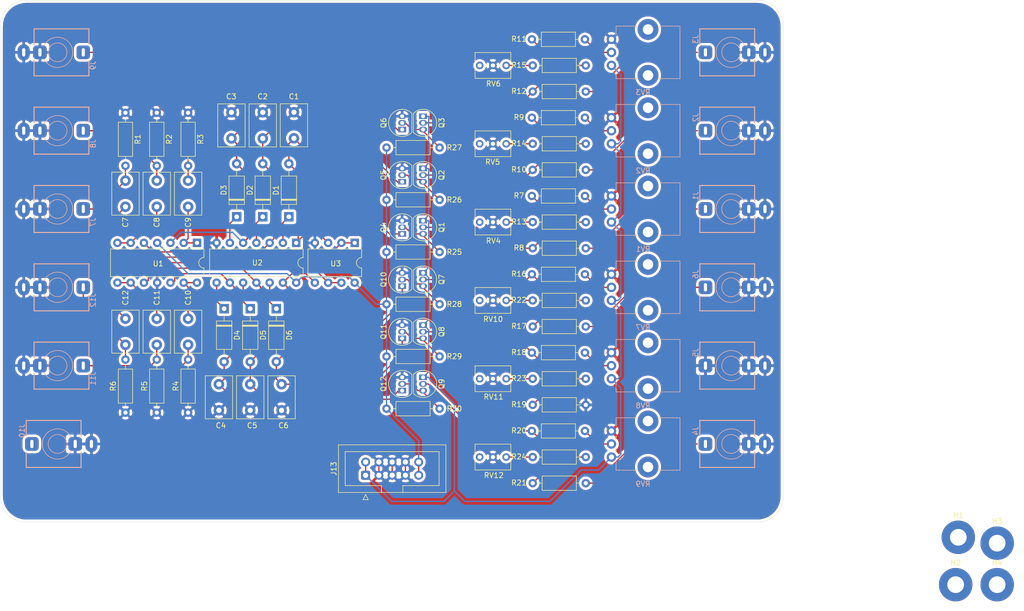
<source format=kicad_pcb>
(kicad_pcb (version 20171130) (host pcbnew "(5.1.10)-1")
  (layers (0 F.Cu signal) (31 B.Cu signal) (34 B.Paste user) (35 F.Paste user) (36 B.SilkS user) (37 F.SilkS user) (38 B.Mask user) (39 F.Mask user) (44 Edge.Cuts user))
  (net 0 "")
  (net 1 /saw_e)
  (net 2 /saw_c)
  (net 3 /schmidt_in_e)
  (net 4 /schmidt_in_c)
  (net 5 /schmidt_in_d)
  (net 6 /schmidt_in_b)
  (net 7 /saw_d)
  (net 8 /saw_b)
  (net 9 /schmidt_in_f)
  (net 10 /schmidt_in_a)
  (net 11 /saw_f)
  (net 12 /saw_a)
  (net 13 GND)
  (net 14 "Net-(C7-Pad2)")
  (net 15 "Net-(C8-Pad2)")
  (net 16 "Net-(C9-Pad2)")
  (net 17 "Net-(C10-Pad2)")
  (net 18 "Net-(C11-Pad2)")
  (net 19 "Net-(C12-Pad2)")
  (net 20 "Net-(D1-Pad1)")
  (net 21 "Net-(D2-Pad1)")
  (net 22 "Net-(D3-Pad1)")
  (net 23 "Net-(D4-Pad1)")
  (net 24 "Net-(D5-Pad1)")
  (net 25 "Net-(D6-Pad1)")
  (net 26 VEE)
  (net 27 "Net-(Q1-Pad3)")
  (net 28 /cv_combined_a)
  (net 29 "Net-(Q2-Pad3)")
  (net 30 /cv_combined_b)
  (net 31 "Net-(Q3-Pad3)")
  (net 32 /cv_combined_c)
  (net 33 "Net-(Q10-Pad2)")
  (net 34 /cv_combined_f)
  (net 35 "Net-(Q11-Pad2)")
  (net 36 /cv_combined_e)
  (net 37 "Net-(Q12-Pad2)")
  (net 38 /cv_combined_d)
  (net 39 VCC)
  (net 40 "Net-(R7-Pad1)")
  (net 41 "Net-(R9-Pad1)")
  (net 42 "Net-(R11-Pad1)")
  (net 43 "Net-(R13-Pad1)")
  (net 44 "Net-(R14-Pad1)")
  (net 45 "Net-(R15-Pad1)")
  (net 46 "Net-(R16-Pad1)")
  (net 47 "Net-(R18-Pad1)")
  (net 48 "Net-(R20-Pad1)")
  (net 49 "Net-(R22-Pad1)")
  (net 50 "Net-(R23-Pad1)")
  (net 51 "Net-(R24-Pad1)")
  (net 52 /cv_in_a)
  (net 53 /cv_in_b)
  (net 54 /cv_in_c)
  (net 55 /cv_in_d)
  (net 56 /cv_in_f)
  (module AudioJacks:Jack_3.5mm_QingPu_WQP-PJ398SM_Vertical (layer B.Cu) (at 220 37 270)
    (fp_text reference J3 (at -2.5 6.8 270) (layer B.SilkS) (effects (justify mirror)))
    (fp_text value AudioJack2_SwitchT)
    (pad TN thru_hole roundrect (at 0 -3.38 270) (size 2.6 2.6) (drill oval 1.6 0.6) (layers *.Cu *.Mask) (net 13 GND))
    (pad S thru_hole oval (at 0 -6.48 270) (size 3.1 2.3) (drill oval 1.6 0.6) (layers *.Cu *.Mask) (net 13 GND))
    (pad T thru_hole roundrect (at 0 4.92 270) (size 2.6 2.6) (drill oval 1.6 0.6) (layers *.Cu *.Mask) (net 54 /cv_in_c))
  )
  (module AudioJacks:Jack_3.5mm_QingPu_WQP-PJ398SM_Vertical (layer B.Cu) (at 91 82 90)
    (fp_text reference J12 (at -2.5 6.8 270) (layer B.SilkS) (effects (justify mirror)))
    (fp_text value AudioJack2_SwitchT)
    (pad TN thru_hole roundrect (at 0 -3.38 90) (size 2.6 2.6) (drill oval 1.6 0.6) (layers *.Cu *.Mask) (net 13 GND))
    (pad S thru_hole oval (at 0 -6.48 90) (size 3.1 2.3) (drill oval 1.6 0.6) (layers *.Cu *.Mask) (net 13 GND))
    (pad T thru_hole roundrect (at 0 4.92 90) (size 2.6 2.6) (drill oval 1.6 0.6) (layers *.Cu *.Mask) (net 19 "Net-(C12-Pad2)"))
  )
  (module AudioJacks:Jack_3.5mm_QingPu_WQP-PJ398SM_Vertical (layer B.Cu) (at 91 97 90)
    (fp_text reference J11 (at -2.5 6.8 270) (layer B.SilkS) (effects (justify mirror)))
    (fp_text value AudioJack2_SwitchT)
    (pad TN thru_hole roundrect (at 0 -3.38 90) (size 2.6 2.6) (drill oval 1.6 0.6) (layers *.Cu *.Mask) (net 13 GND))
    (pad S thru_hole oval (at 0 -6.48 90) (size 3.1 2.3) (drill oval 1.6 0.6) (layers *.Cu *.Mask) (net 13 GND))
    (pad T thru_hole roundrect (at 0 4.92 90) (size 2.6 2.6) (drill oval 1.6 0.6) (layers *.Cu *.Mask) (net 18 "Net-(C11-Pad2)"))
  )
  (module AudioJacks:Jack_3.5mm_QingPu_WQP-PJ398SM_Vertical (layer B.Cu) (at 91 112 270)
    (fp_text reference J10 (at -2.5 6.8 270) (layer B.SilkS) (effects (justify mirror)))
    (fp_text value AudioJack2_SwitchT)
    (pad TN thru_hole roundrect (at 0 -3.38 270) (size 2.6 2.6) (drill oval 1.6 0.6) (layers *.Cu *.Mask) (net 13 GND))
    (pad S thru_hole oval (at 0 -6.48 270) (size 3.1 2.3) (drill oval 1.6 0.6) (layers *.Cu *.Mask) (net 13 GND))
    (pad T thru_hole roundrect (at 0 4.92 270) (size 2.6 2.6) (drill oval 1.6 0.6) (layers *.Cu *.Mask) (net 17 "Net-(C10-Pad2)"))
  )
  (module AudioJacks:Jack_3.5mm_QingPu_WQP-PJ398SM_Vertical (layer B.Cu) (at 91 37 90)
    (fp_text reference J9 (at -2.5 6.8 270) (layer B.SilkS) (effects (justify mirror)))
    (fp_text value AudioJack2_SwitchT)
    (pad TN thru_hole roundrect (at 0 -3.38 90) (size 2.6 2.6) (drill oval 1.6 0.6) (layers *.Cu *.Mask) (net 13 GND))
    (pad S thru_hole oval (at 0 -6.48 90) (size 3.1 2.3) (drill oval 1.6 0.6) (layers *.Cu *.Mask) (net 13 GND))
    (pad T thru_hole roundrect (at 0 4.92 90) (size 2.6 2.6) (drill oval 1.6 0.6) (layers *.Cu *.Mask) (net 16 "Net-(C9-Pad2)"))
  )
  (module AudioJacks:Jack_3.5mm_QingPu_WQP-PJ398SM_Vertical (layer B.Cu) (at 91 52 90)
    (fp_text reference J8 (at -2.5 6.8 270) (layer B.SilkS) (effects (justify mirror)))
    (fp_text value AudioJack2_SwitchT)
    (pad TN thru_hole roundrect (at 0 -3.38 90) (size 2.6 2.6) (drill oval 1.6 0.6) (layers *.Cu *.Mask) (net 13 GND))
    (pad S thru_hole oval (at 0 -6.48 90) (size 3.1 2.3) (drill oval 1.6 0.6) (layers *.Cu *.Mask) (net 13 GND))
    (pad T thru_hole roundrect (at 0 4.92 90) (size 2.6 2.6) (drill oval 1.6 0.6) (layers *.Cu *.Mask) (net 15 "Net-(C8-Pad2)"))
  )
  (module AudioJacks:Jack_3.5mm_QingPu_WQP-PJ398SM_Vertical (layer B.Cu) (at 91 67 90)
    (fp_text reference J7 (at -2.5 6.8 270) (layer B.SilkS) (effects (justify mirror)))
    (fp_text value AudioJack2_SwitchT)
    (pad TN thru_hole roundrect (at 0 -3.38 90) (size 2.6 2.6) (drill oval 1.6 0.6) (layers *.Cu *.Mask) (net 13 GND))
    (pad S thru_hole oval (at 0 -6.48 90) (size 3.1 2.3) (drill oval 1.6 0.6) (layers *.Cu *.Mask) (net 13 GND))
    (pad T thru_hole roundrect (at 0 4.92 90) (size 2.6 2.6) (drill oval 1.6 0.6) (layers *.Cu *.Mask) (net 14 "Net-(C7-Pad2)"))
  )
  (module AudioJacks:Jack_3.5mm_QingPu_WQP-PJ398SM_Vertical (layer B.Cu) (at 220 82 270)
    (fp_text reference J6 (at -2.5 6.8 270) (layer B.SilkS) (effects (justify mirror)))
    (fp_text value AudioJack2_SwitchT)
    (pad TN thru_hole roundrect (at 0 -3.38 270) (size 2.6 2.6) (drill oval 1.6 0.6) (layers *.Cu *.Mask) (net 13 GND))
    (pad S thru_hole oval (at 0 -6.48 270) (size 3.1 2.3) (drill oval 1.6 0.6) (layers *.Cu *.Mask) (net 13 GND))
    (pad T thru_hole roundrect (at 0 4.92 270) (size 2.6 2.6) (drill oval 1.6 0.6) (layers *.Cu *.Mask) (net 56 /cv_in_f))
  )
  (module AudioJacks:Jack_3.5mm_QingPu_WQP-PJ398SM_Vertical (layer B.Cu) (at 220 97 270)
    (fp_text reference J5 (at -2.5 6.8 270) (layer B.SilkS) (effects (justify mirror)))
    (fp_text value AudioJack2_SwitchT)
    (pad TN thru_hole roundrect (at 0 -3.38 270) (size 2.6 2.6) (drill oval 1.6 0.6) (layers *.Cu *.Mask) (net 13 GND))
    (pad S thru_hole oval (at 0 -6.48 270) (size 3.1 2.3) (drill oval 1.6 0.6) (layers *.Cu *.Mask) (net 13 GND))
    (pad T thru_hole roundrect (at 0 4.92 270) (size 2.6 2.6) (drill oval 1.6 0.6) (layers *.Cu *.Mask) (net 13 GND))
  )
  (module AudioJacks:Jack_3.5mm_QingPu_WQP-PJ398SM_Vertical (layer B.Cu) (at 220 112 270)
    (fp_text reference J4 (at -2.5 6.8 270) (layer B.SilkS) (effects (justify mirror)))
    (fp_text value AudioJack2_SwitchT)
    (pad TN thru_hole roundrect (at 0 -3.38 270) (size 2.6 2.6) (drill oval 1.6 0.6) (layers *.Cu *.Mask) (net 13 GND))
    (pad S thru_hole oval (at 0 -6.48 270) (size 3.1 2.3) (drill oval 1.6 0.6) (layers *.Cu *.Mask) (net 13 GND))
    (pad T thru_hole roundrect (at 0 4.92 270) (size 2.6 2.6) (drill oval 1.6 0.6) (layers *.Cu *.Mask) (net 55 /cv_in_d))
  )
  (module AudioJacks:Jack_3.5mm_QingPu_WQP-PJ398SM_Vertical (layer B.Cu) (at 220 52 270)
    (fp_text reference J2 (at -2.5 6.8 270) (layer B.SilkS) (effects (justify mirror)))
    (fp_text value AudioJack2_SwitchT)
    (pad TN thru_hole roundrect (at 0 -3.38 270) (size 2.6 2.6) (drill oval 1.6 0.6) (layers *.Cu *.Mask) (net 13 GND))
    (pad S thru_hole oval (at 0 -6.48 270) (size 3.1 2.3) (drill oval 1.6 0.6) (layers *.Cu *.Mask) (net 13 GND))
    (pad T thru_hole roundrect (at 0 4.92 270) (size 2.6 2.6) (drill oval 1.6 0.6) (layers *.Cu *.Mask) (net 53 /cv_in_b))
  )
  (module AudioJacks:Jack_3.5mm_QingPu_WQP-PJ398SM_Vertical (layer B.Cu) (at 220 67 270)
    (fp_text reference J1 (at -2.5 6.8 270) (layer B.SilkS) (effects (justify mirror)))
    (fp_text value AudioJack2_SwitchT)
    (pad TN thru_hole roundrect (at 0 -3.38 270) (size 2.6 2.6) (drill oval 1.6 0.6) (layers *.Cu *.Mask) (net 13 GND))
    (pad S thru_hole oval (at 0 -6.48 270) (size 3.1 2.3) (drill oval 1.6 0.6) (layers *.Cu *.Mask) (net 13 GND))
    (pad T thru_hole roundrect (at 0 4.92 270) (size 2.6 2.6) (drill oval 1.6 0.6) (layers *.Cu *.Mask) (net 52 /cv_in_a))
  )
  (module Package_DIP:DIP-8_W7.62mm (layer F.Cu) (at 147.9 73.49 270)
    (fp_text reference U3 (at 3.98 3.63 180) (layer F.SilkS))
    (fp_text value TL072)
    (pad 8 thru_hole oval (at 7.62 0 270) (size 1.6 1.6) (drill 0.8) (layers *.Cu *.Mask) (net 39 VCC))
    (pad 4 thru_hole oval (at 0 7.62 270) (size 1.6 1.6) (drill 0.8) (layers *.Cu *.Mask) (net 13 GND))
    (pad 7 thru_hole oval (at 7.62 2.54 270) (size 1.6 1.6) (drill 0.8) (layers *.Cu *.Mask) (net 11 /saw_f))
    (pad 3 thru_hole oval (at 0 5.08 270) (size 1.6 1.6) (drill 0.8) (layers *.Cu *.Mask) (net 10 /schmidt_in_a))
    (pad 6 thru_hole oval (at 7.62 5.08 270) (size 1.6 1.6) (drill 0.8) (layers *.Cu *.Mask) (net 11 /saw_f))
    (pad 2 thru_hole oval (at 0 2.54 270) (size 1.6 1.6) (drill 0.8) (layers *.Cu *.Mask) (net 12 /saw_a))
    (pad 5 thru_hole oval (at 7.62 7.62 270) (size 1.6 1.6) (drill 0.8) (layers *.Cu *.Mask) (net 9 /schmidt_in_f))
    (pad 1 thru_hole rect (at 0 0 270) (size 1.6 1.6) (drill 0.8) (layers *.Cu *.Mask) (net 12 /saw_a))
  )
  (module Connector_IDC:IDC-Header_2x05_P2.54mm_Vertical (layer F.Cu) (at 150 118 90)
    (fp_text reference J13 (at 1.27 -6.1 90) (layer F.SilkS))
    (fp_text value Conn_02x05_Odd_Even)
    (pad 10 thru_hole circle (at 2.54 10.16 90) (size 1.7 1.7) (drill 1) (layers *.Cu *.Mask) (net 39 VCC))
    (pad 8 thru_hole circle (at 2.54 7.62 90) (size 1.7 1.7) (drill 1) (layers *.Cu *.Mask) (net 13 GND))
    (pad 6 thru_hole circle (at 2.54 5.08 90) (size 1.7 1.7) (drill 1) (layers *.Cu *.Mask) (net 13 GND))
    (pad 4 thru_hole circle (at 2.54 2.54 90) (size 1.7 1.7) (drill 1) (layers *.Cu *.Mask) (net 13 GND))
    (pad 2 thru_hole circle (at 2.54 0 90) (size 1.7 1.7) (drill 1) (layers *.Cu *.Mask) (net 26 VEE))
    (pad 9 thru_hole circle (at 0 10.16 90) (size 1.7 1.7) (drill 1) (layers *.Cu *.Mask) (net 39 VCC))
    (pad 7 thru_hole circle (at 0 7.62 90) (size 1.7 1.7) (drill 1) (layers *.Cu *.Mask) (net 13 GND))
    (pad 5 thru_hole circle (at 0 5.08 90) (size 1.7 1.7) (drill 1) (layers *.Cu *.Mask) (net 13 GND))
    (pad 3 thru_hole circle (at 0 2.54 90) (size 1.7 1.7) (drill 1) (layers *.Cu *.Mask) (net 13 GND))
    (pad 1 thru_hole roundrect (at 0 0 90) (size 1.7 1.7) (drill 1) (layers *.Cu *.Mask) (roundrect_rratio 0.147059) (net 26 VEE))
  )
  (module MountingHole:MountingHole_3.2mm_M3_Pad (layer F.Cu) (at 270.95 138.95)
    (fp_text reference H4 (at 0 -4.2) (layer F.SilkS))
    (fp_text value MountingHole)
    (pad 1 thru_hole circle (at 0 0) (size 6.4 6.4) (drill 3.2) (layers *.Cu *.Mask))
  )
  (module MountingHole:MountingHole_3.2mm_M3_Pad (layer F.Cu) (at 270.95 131)
    (fp_text reference H3 (at 0 -4.2) (layer F.SilkS))
    (fp_text value MountingHole)
    (pad 1 thru_hole circle (at 0 0) (size 6.4 6.4) (drill 3.2) (layers *.Cu *.Mask))
  )
  (module MountingHole:MountingHole_3.2mm_M3_Pad (layer F.Cu) (at 263 138.95)
    (fp_text reference H2 (at 0 -4.2) (layer F.SilkS))
    (fp_text value MountingHole)
    (pad 1 thru_hole circle (at 0 0) (size 6.4 6.4) (drill 3.2) (layers *.Cu *.Mask))
  )
  (module MountingHole:MountingHole_3.2mm_M3_Pad (layer F.Cu) (at 263.51 129.88)
    (fp_text reference H1 (at 0 -4.2) (layer F.SilkS))
    (fp_text value MountingHole)
    (pad 1 thru_hole circle (at 0 0) (size 6.4 6.4) (drill 3.2) (layers *.Cu *.Mask))
  )
  (module Potentiometer_THT:Potentiometer_Alps_RK09K_Single_Vertical (layer B.Cu) (at 197.08 109.51)
    (fp_text reference RV9 (at 6.05 10.15) (layer B.SilkS) (effects (justify mirror)))
    (fp_text value R_POT)
    (pad "" np_thru_hole circle (at 7 -1.9) (size 4 4) (drill 2) (layers *.Cu *.Mask))
    (pad "" np_thru_hole circle (at 7 6.9) (size 4 4) (drill 2) (layers *.Cu *.Mask))
    (pad 1 thru_hole circle (at 0 0) (size 1.8 1.8) (drill 1) (layers *.Cu *.Mask) (net 13 GND))
    (pad 2 thru_hole circle (at 0 2.5) (size 1.8 1.8) (drill 1) (layers *.Cu *.Mask) (net 48 "Net-(R20-Pad1)"))
    (pad 3 thru_hole circle (at 0 5) (size 1.8 1.8) (drill 1) (layers *.Cu *.Mask) (net 26 VEE))
  )
  (module Potentiometer_THT:Potentiometer_Alps_RK09K_Single_Vertical (layer B.Cu) (at 197.08 94.51)
    (fp_text reference RV8 (at 6.05 10.15) (layer B.SilkS) (effects (justify mirror)))
    (fp_text value R_POT)
    (pad "" np_thru_hole circle (at 7 -1.9) (size 4 4) (drill 2) (layers *.Cu *.Mask))
    (pad "" np_thru_hole circle (at 7 6.9) (size 4 4) (drill 2) (layers *.Cu *.Mask))
    (pad 1 thru_hole circle (at 0 0) (size 1.8 1.8) (drill 1) (layers *.Cu *.Mask) (net 13 GND))
    (pad 2 thru_hole circle (at 0 2.5) (size 1.8 1.8) (drill 1) (layers *.Cu *.Mask) (net 47 "Net-(R18-Pad1)"))
    (pad 3 thru_hole circle (at 0 5) (size 1.8 1.8) (drill 1) (layers *.Cu *.Mask) (net 26 VEE))
  )
  (module Potentiometer_THT:Potentiometer_Alps_RK09K_Single_Vertical (layer B.Cu) (at 197.08 79.51)
    (fp_text reference RV7 (at 6.05 10.15) (layer B.SilkS) (effects (justify mirror)))
    (fp_text value R_POT)
    (pad "" np_thru_hole circle (at 7 -1.9) (size 4 4) (drill 2) (layers *.Cu *.Mask))
    (pad "" np_thru_hole circle (at 7 6.9) (size 4 4) (drill 2) (layers *.Cu *.Mask))
    (pad 1 thru_hole circle (at 0 0) (size 1.8 1.8) (drill 1) (layers *.Cu *.Mask) (net 13 GND))
    (pad 2 thru_hole circle (at 0 2.5) (size 1.8 1.8) (drill 1) (layers *.Cu *.Mask) (net 46 "Net-(R16-Pad1)"))
    (pad 3 thru_hole circle (at 0 5) (size 1.8 1.8) (drill 1) (layers *.Cu *.Mask) (net 26 VEE))
  )
  (module Potentiometer_THT:Potentiometer_Alps_RK09K_Single_Vertical (layer B.Cu) (at 197.08 34.51)
    (fp_text reference RV3 (at 6.05 10.15) (layer B.SilkS) (effects (justify mirror)))
    (fp_text value R_POT)
    (pad "" np_thru_hole circle (at 7 -1.9) (size 4 4) (drill 2) (layers *.Cu *.Mask))
    (pad "" np_thru_hole circle (at 7 6.9) (size 4 4) (drill 2) (layers *.Cu *.Mask))
    (pad 1 thru_hole circle (at 0 0) (size 1.8 1.8) (drill 1) (layers *.Cu *.Mask) (net 13 GND))
    (pad 2 thru_hole circle (at 0 2.5) (size 1.8 1.8) (drill 1) (layers *.Cu *.Mask) (net 42 "Net-(R11-Pad1)"))
    (pad 3 thru_hole circle (at 0 5) (size 1.8 1.8) (drill 1) (layers *.Cu *.Mask) (net 26 VEE))
  )
  (module Potentiometer_THT:Potentiometer_Alps_RK09K_Single_Vertical (layer B.Cu) (at 197.08 49.51)
    (fp_text reference RV2 (at 6.05 10.15) (layer B.SilkS) (effects (justify mirror)))
    (fp_text value R_POT)
    (pad "" np_thru_hole circle (at 7 -1.9) (size 4 4) (drill 2) (layers *.Cu *.Mask))
    (pad "" np_thru_hole circle (at 7 6.9) (size 4 4) (drill 2) (layers *.Cu *.Mask))
    (pad 1 thru_hole circle (at 0 0) (size 1.8 1.8) (drill 1) (layers *.Cu *.Mask) (net 13 GND))
    (pad 2 thru_hole circle (at 0 2.5) (size 1.8 1.8) (drill 1) (layers *.Cu *.Mask) (net 41 "Net-(R9-Pad1)"))
    (pad 3 thru_hole circle (at 0 5) (size 1.8 1.8) (drill 1) (layers *.Cu *.Mask) (net 26 VEE))
  )
  (module Potentiometer_THT:Potentiometer_Alps_RK09K_Single_Vertical (layer B.Cu) (at 197.08 64.51)
    (fp_text reference RV1 (at 6.05 10.15) (layer B.SilkS) (effects (justify mirror)))
    (fp_text value R_POT)
    (pad "" np_thru_hole circle (at 7 -1.9) (size 4 4) (drill 2) (layers *.Cu *.Mask))
    (pad "" np_thru_hole circle (at 7 6.9) (size 4 4) (drill 2) (layers *.Cu *.Mask))
    (pad 1 thru_hole circle (at 0 0) (size 1.8 1.8) (drill 1) (layers *.Cu *.Mask) (net 13 GND))
    (pad 2 thru_hole circle (at 0 2.5) (size 1.8 1.8) (drill 1) (layers *.Cu *.Mask) (net 40 "Net-(R7-Pad1)"))
    (pad 3 thru_hole circle (at 0 5) (size 1.8 1.8) (drill 1) (layers *.Cu *.Mask) (net 26 VEE))
  )
  (module Potentiometer_THT:Potentiometer_Vishay_T73XW_Horizontal (layer F.Cu) (at 176.92 114.51 270)
    (fp_text reference RV12 (at 3.5 2.37 180) (layer F.SilkS))
    (fp_text value 1k)
    (pad 1 thru_hole circle (at 0 0 270) (size 1.44 1.44) (drill 0.8) (layers *.Cu *.Mask) (net 51 "Net-(R24-Pad1)"))
    (pad 2 thru_hole circle (at 0 2.54 270) (size 1.44 1.44) (drill 0.8) (layers *.Cu *.Mask) (net 13 GND))
    (pad 3 thru_hole circle (at 0 5.08 270) (size 1.44 1.44) (drill 0.8) (layers *.Cu *.Mask))
  )
  (module Potentiometer_THT:Potentiometer_Vishay_T73XW_Horizontal (layer F.Cu) (at 176.92 99.51 270)
    (fp_text reference RV11 (at 3.47 2.43 180) (layer F.SilkS))
    (fp_text value 1k)
    (pad 1 thru_hole circle (at 0 0 270) (size 1.44 1.44) (drill 0.8) (layers *.Cu *.Mask) (net 50 "Net-(R23-Pad1)"))
    (pad 2 thru_hole circle (at 0 2.54 270) (size 1.44 1.44) (drill 0.8) (layers *.Cu *.Mask) (net 13 GND))
    (pad 3 thru_hole circle (at 0 5.08 270) (size 1.44 1.44) (drill 0.8) (layers *.Cu *.Mask))
  )
  (module Potentiometer_THT:Potentiometer_Vishay_T73XW_Horizontal (layer F.Cu) (at 176.92 84.51 270)
    (fp_text reference RV10 (at 3.59 2.5 180) (layer F.SilkS))
    (fp_text value 1k)
    (pad 1 thru_hole circle (at 0 0 270) (size 1.44 1.44) (drill 0.8) (layers *.Cu *.Mask) (net 49 "Net-(R22-Pad1)"))
    (pad 2 thru_hole circle (at 0 2.54 270) (size 1.44 1.44) (drill 0.8) (layers *.Cu *.Mask) (net 13 GND))
    (pad 3 thru_hole circle (at 0 5.08 270) (size 1.44 1.44) (drill 0.8) (layers *.Cu *.Mask))
  )
  (module Potentiometer_THT:Potentiometer_Vishay_T73XW_Horizontal (layer F.Cu) (at 176.92 69.51 270)
    (fp_text reference RV4 (at 3.59 2.45 180) (layer F.SilkS))
    (fp_text value 1k)
    (pad 1 thru_hole circle (at 0 0 270) (size 1.44 1.44) (drill 0.8) (layers *.Cu *.Mask) (net 43 "Net-(R13-Pad1)"))
    (pad 2 thru_hole circle (at 0 2.54 270) (size 1.44 1.44) (drill 0.8) (layers *.Cu *.Mask) (net 13 GND))
    (pad 3 thru_hole circle (at 0 5.08 270) (size 1.44 1.44) (drill 0.8) (layers *.Cu *.Mask))
  )
  (module Potentiometer_THT:Potentiometer_Vishay_T73XW_Horizontal (layer F.Cu) (at 176.92 54.51 270)
    (fp_text reference RV5 (at 3.49 2.58 180) (layer F.SilkS))
    (fp_text value 1k)
    (pad 1 thru_hole circle (at 0 0 270) (size 1.44 1.44) (drill 0.8) (layers *.Cu *.Mask) (net 44 "Net-(R14-Pad1)"))
    (pad 2 thru_hole circle (at 0 2.54 270) (size 1.44 1.44) (drill 0.8) (layers *.Cu *.Mask) (net 13 GND))
    (pad 3 thru_hole circle (at 0 5.08 270) (size 1.44 1.44) (drill 0.8) (layers *.Cu *.Mask))
  )
  (module Potentiometer_THT:Potentiometer_Vishay_T73XW_Horizontal (layer F.Cu) (at 176.92 39.51 270)
    (fp_text reference RV6 (at 3.51 2.45 180) (layer F.SilkS))
    (fp_text value 1k)
    (pad 3 thru_hole circle (at 0 5.08 270) (size 1.44 1.44) (drill 0.8) (layers *.Cu *.Mask))
    (pad 2 thru_hole circle (at 0 2.54 270) (size 1.44 1.44) (drill 0.8) (layers *.Cu *.Mask) (net 13 GND))
    (pad 1 thru_hole circle (at 0 0 270) (size 1.44 1.44) (drill 0.8) (layers *.Cu *.Mask) (net 45 "Net-(R15-Pad1)"))
  )
  (module Package_TO_SOT_THT:TO-92_Inline (layer F.Cu) (at 157 51.78 90)
    (fp_text reference Q6 (at 1.27 -3.56 90) (layer F.SilkS))
    (fp_text value BC548)
    (pad 2 thru_hole oval (at 1.27 0 90) (size 1.05 1.5) (drill 0.75) (layers *.Cu *.Mask) (net 31 "Net-(Q3-Pad3)"))
    (pad 3 thru_hole oval (at 2.54 0 90) (size 1.05 1.5) (drill 0.75) (layers *.Cu *.Mask) (net 13 GND))
    (pad 1 thru_hole rect (at 0 0 90) (size 1.05 1.5) (drill 0.75) (layers *.Cu *.Mask) (net 4 /schmidt_in_c))
  )
  (module Package_TO_SOT_THT:TO-92_Inline (layer F.Cu) (at 157 81.78 90)
    (fp_text reference Q10 (at 1.27 -3.56 90) (layer F.SilkS))
    (fp_text value BC548)
    (pad 2 thru_hole oval (at 1.27 0 90) (size 1.05 1.5) (drill 0.75) (layers *.Cu *.Mask) (net 33 "Net-(Q10-Pad2)"))
    (pad 3 thru_hole oval (at 2.54 0 90) (size 1.05 1.5) (drill 0.75) (layers *.Cu *.Mask) (net 13 GND))
    (pad 1 thru_hole rect (at 0 0 90) (size 1.05 1.5) (drill 0.75) (layers *.Cu *.Mask) (net 9 /schmidt_in_f))
  )
  (module Package_DIP:DIP-14_W7.62mm (layer F.Cu) (at 117.7 73.49 270)
    (fp_text reference U1 (at 3.98 7.43 180) (layer F.SilkS))
    (fp_text value TL074)
    (pad 14 thru_hole oval (at 7.62 0 270) (size 1.6 1.6) (drill 0.8) (layers *.Cu *.Mask) (net 7 /saw_d))
    (pad 7 thru_hole oval (at 0 15.24 270) (size 1.6 1.6) (drill 0.8) (layers *.Cu *.Mask) (net 8 /saw_b))
    (pad 13 thru_hole oval (at 7.62 2.54 270) (size 1.6 1.6) (drill 0.8) (layers *.Cu *.Mask) (net 7 /saw_d))
    (pad 6 thru_hole oval (at 0 12.7 270) (size 1.6 1.6) (drill 0.8) (layers *.Cu *.Mask) (net 8 /saw_b))
    (pad 12 thru_hole oval (at 7.62 5.08 270) (size 1.6 1.6) (drill 0.8) (layers *.Cu *.Mask) (net 5 /schmidt_in_d))
    (pad 5 thru_hole oval (at 0 10.16 270) (size 1.6 1.6) (drill 0.8) (layers *.Cu *.Mask) (net 6 /schmidt_in_b))
    (pad 11 thru_hole oval (at 7.62 7.62 270) (size 1.6 1.6) (drill 0.8) (layers *.Cu *.Mask) (net 13 GND))
    (pad 4 thru_hole oval (at 0 7.62 270) (size 1.6 1.6) (drill 0.8) (layers *.Cu *.Mask) (net 39 VCC))
    (pad 10 thru_hole oval (at 7.62 10.16 270) (size 1.6 1.6) (drill 0.8) (layers *.Cu *.Mask) (net 3 /schmidt_in_e))
    (pad 3 thru_hole oval (at 0 5.08 270) (size 1.6 1.6) (drill 0.8) (layers *.Cu *.Mask) (net 4 /schmidt_in_c))
    (pad 9 thru_hole oval (at 7.62 12.7 270) (size 1.6 1.6) (drill 0.8) (layers *.Cu *.Mask) (net 1 /saw_e))
    (pad 2 thru_hole oval (at 0 2.54 270) (size 1.6 1.6) (drill 0.8) (layers *.Cu *.Mask) (net 2 /saw_c))
    (pad 8 thru_hole oval (at 7.62 15.24 270) (size 1.6 1.6) (drill 0.8) (layers *.Cu *.Mask) (net 1 /saw_e))
    (pad 1 thru_hole rect (at 0 0 270) (size 1.6 1.6) (drill 0.8) (layers *.Cu *.Mask) (net 2 /saw_c))
  )
  (module Capacitor_THT:C_Disc_D8.0mm_W5.0mm_P5.00mm (layer F.Cu) (at 121.9 100.56 270)
    (fp_text reference C4 (at 7.91 -0.37 180) (layer F.SilkS))
    (fp_text value C)
    (pad 1 thru_hole circle (at 0 0 270) (size 2 2) (drill 1) (layers *.Cu *.Mask) (net 5 /schmidt_in_d))
    (pad 2 thru_hole circle (at 5 0 270) (size 2 2) (drill 1) (layers *.Cu *.Mask) (net 13 GND))
  )
  (module Package_DIP:DIP-14_W7.62mm (layer F.Cu) (at 136.7 73.49 270)
    (fp_text reference U2 (at 3.81 7.43) (layer F.SilkS))
    (fp_text value 40106)
    (pad 14 thru_hole oval (at 7.62 0 270) (size 1.6 1.6) (drill 0.8) (layers *.Cu *.Mask) (net 39 VCC))
    (pad 7 thru_hole oval (at 0 15.24 270) (size 1.6 1.6) (drill 0.8) (layers *.Cu *.Mask) (net 13 GND))
    (pad 13 thru_hole oval (at 7.62 2.54 270) (size 1.6 1.6) (drill 0.8) (layers *.Cu *.Mask) (net 9 /schmidt_in_f))
    (pad 6 thru_hole oval (at 0 12.7 270) (size 1.6 1.6) (drill 0.8) (layers *.Cu *.Mask) (net 22 "Net-(D3-Pad1)"))
    (pad 12 thru_hole oval (at 7.62 5.08 270) (size 1.6 1.6) (drill 0.8) (layers *.Cu *.Mask) (net 25 "Net-(D6-Pad1)"))
    (pad 5 thru_hole oval (at 0 10.16 270) (size 1.6 1.6) (drill 0.8) (layers *.Cu *.Mask) (net 4 /schmidt_in_c))
    (pad 11 thru_hole oval (at 7.62 7.62 270) (size 1.6 1.6) (drill 0.8) (layers *.Cu *.Mask) (net 3 /schmidt_in_e))
    (pad 4 thru_hole oval (at 0 7.62 270) (size 1.6 1.6) (drill 0.8) (layers *.Cu *.Mask) (net 21 "Net-(D2-Pad1)"))
    (pad 10 thru_hole oval (at 7.62 10.16 270) (size 1.6 1.6) (drill 0.8) (layers *.Cu *.Mask) (net 24 "Net-(D5-Pad1)"))
    (pad 3 thru_hole oval (at 0 5.08 270) (size 1.6 1.6) (drill 0.8) (layers *.Cu *.Mask) (net 6 /schmidt_in_b))
    (pad 9 thru_hole oval (at 7.62 12.7 270) (size 1.6 1.6) (drill 0.8) (layers *.Cu *.Mask) (net 5 /schmidt_in_d))
    (pad 2 thru_hole oval (at 0 2.54 270) (size 1.6 1.6) (drill 0.8) (layers *.Cu *.Mask) (net 20 "Net-(D1-Pad1)"))
    (pad 8 thru_hole oval (at 7.62 15.24 270) (size 1.6 1.6) (drill 0.8) (layers *.Cu *.Mask) (net 23 "Net-(D4-Pad1)"))
    (pad 1 thru_hole rect (at 0 0 270) (size 1.6 1.6) (drill 0.8) (layers *.Cu *.Mask) (net 10 /schmidt_in_a))
  )
  (module Resistor_THT:R_Axial_DIN0207_L6.3mm_D2.5mm_P10.16mm_Horizontal (layer F.Cu) (at 154 105.24)
    (fp_text reference R30 (at 13 0) (layer F.SilkS))
    (fp_text value 1M)
    (pad 1 thru_hole circle (at 0 0) (size 1.6 1.6) (drill 0.8) (layers *.Cu *.Mask) (net 39 VCC))
    (pad 2 thru_hole oval (at 10.16 0) (size 1.6 1.6) (drill 0.8) (layers *.Cu *.Mask) (net 37 "Net-(Q12-Pad2)"))
  )
  (module Resistor_THT:R_Axial_DIN0207_L6.3mm_D2.5mm_P10.16mm_Horizontal (layer F.Cu) (at 154 95.24)
    (fp_text reference R29 (at 13 0) (layer F.SilkS))
    (fp_text value 1M)
    (pad 1 thru_hole circle (at 0 0) (size 1.6 1.6) (drill 0.8) (layers *.Cu *.Mask) (net 39 VCC))
    (pad 2 thru_hole oval (at 10.16 0) (size 1.6 1.6) (drill 0.8) (layers *.Cu *.Mask) (net 35 "Net-(Q11-Pad2)"))
  )
  (module Resistor_THT:R_Axial_DIN0207_L6.3mm_D2.5mm_P10.16mm_Horizontal (layer F.Cu) (at 154 85.24)
    (fp_text reference R28 (at 13 0) (layer F.SilkS))
    (fp_text value 1M)
    (pad 1 thru_hole circle (at 0 0) (size 1.6 1.6) (drill 0.8) (layers *.Cu *.Mask) (net 39 VCC))
    (pad 2 thru_hole oval (at 10.16 0) (size 1.6 1.6) (drill 0.8) (layers *.Cu *.Mask) (net 33 "Net-(Q10-Pad2)"))
  )
  (module Resistor_THT:R_Axial_DIN0207_L6.3mm_D2.5mm_P10.16mm_Horizontal (layer F.Cu) (at 154 55.24)
    (fp_text reference R27 (at 13 0) (layer F.SilkS))
    (fp_text value 1M)
    (pad 1 thru_hole circle (at 0 0) (size 1.6 1.6) (drill 0.8) (layers *.Cu *.Mask) (net 39 VCC))
    (pad 2 thru_hole oval (at 10.16 0) (size 1.6 1.6) (drill 0.8) (layers *.Cu *.Mask) (net 31 "Net-(Q3-Pad3)"))
  )
  (module Resistor_THT:R_Axial_DIN0207_L6.3mm_D2.5mm_P10.16mm_Horizontal (layer F.Cu) (at 154 65.24)
    (fp_text reference R26 (at 13 0) (layer F.SilkS))
    (fp_text value 1M)
    (pad 1 thru_hole circle (at 0 0) (size 1.6 1.6) (drill 0.8) (layers *.Cu *.Mask) (net 39 VCC))
    (pad 2 thru_hole oval (at 10.16 0) (size 1.6 1.6) (drill 0.8) (layers *.Cu *.Mask) (net 29 "Net-(Q2-Pad3)"))
  )
  (module Resistor_THT:R_Axial_DIN0207_L6.3mm_D2.5mm_P10.16mm_Horizontal (layer F.Cu) (at 154 75.24)
    (fp_text reference R25 (at 13 0) (layer F.SilkS))
    (fp_text value 1M)
    (pad 1 thru_hole circle (at 0 0) (size 1.6 1.6) (drill 0.8) (layers *.Cu *.Mask) (net 39 VCC))
    (pad 2 thru_hole oval (at 10.16 0) (size 1.6 1.6) (drill 0.8) (layers *.Cu *.Mask) (net 27 "Net-(Q1-Pad3)"))
  )
  (module Resistor_THT:R_Axial_DIN0207_L6.3mm_D2.5mm_P10.16mm_Horizontal (layer F.Cu) (at 182 119.51)
    (fp_text reference R21 (at -2.64 -0.07) (layer F.SilkS))
    (fp_text value 100k)
    (pad 2 thru_hole oval (at 10.16 0) (size 1.6 1.6) (drill 0.8) (layers *.Cu *.Mask) (net 55 /cv_in_d))
    (pad 1 thru_hole circle (at 0 0) (size 1.6 1.6) (drill 0.8) (layers *.Cu *.Mask) (net 38 /cv_combined_d))
  )
  (module Resistor_THT:R_Axial_DIN0207_L6.3mm_D2.5mm_P10.16mm_Horizontal (layer F.Cu) (at 182 104.51)
    (fp_text reference R19 (at -2.64 -0.07) (layer F.SilkS))
    (fp_text value 100k)
    (pad 2 thru_hole oval (at 10.16 0) (size 1.6 1.6) (drill 0.8) (layers *.Cu *.Mask) (net 13 GND))
    (pad 1 thru_hole circle (at 0 0) (size 1.6 1.6) (drill 0.8) (layers *.Cu *.Mask) (net 36 /cv_combined_e))
  )
  (module Resistor_THT:R_Axial_DIN0207_L6.3mm_D2.5mm_P10.16mm_Horizontal (layer F.Cu) (at 182 89.51)
    (fp_text reference R17 (at -2.64 -0.07) (layer F.SilkS))
    (fp_text value 100k)
    (pad 2 thru_hole oval (at 10.16 0) (size 1.6 1.6) (drill 0.8) (layers *.Cu *.Mask) (net 56 /cv_in_f))
    (pad 1 thru_hole circle (at 0 0) (size 1.6 1.6) (drill 0.8) (layers *.Cu *.Mask) (net 34 /cv_combined_f))
  )
  (module Resistor_THT:R_Axial_DIN0207_L6.3mm_D2.5mm_P10.16mm_Horizontal (layer F.Cu) (at 182 114.51)
    (fp_text reference R24 (at -2.64 -0.07) (layer F.SilkS))
    (fp_text value 1.5k)
    (pad 1 thru_hole circle (at 0 0) (size 1.6 1.6) (drill 0.8) (layers *.Cu *.Mask) (net 51 "Net-(R24-Pad1)"))
    (pad 2 thru_hole oval (at 10.16 0) (size 1.6 1.6) (drill 0.8) (layers *.Cu *.Mask) (net 38 /cv_combined_d))
  )
  (module Resistor_THT:R_Axial_DIN0207_L6.3mm_D2.5mm_P10.16mm_Horizontal (layer F.Cu) (at 192 109.51 180)
    (fp_text reference R20 (at 12.64 0.07) (layer F.SilkS))
    (fp_text value 100k)
    (pad 2 thru_hole oval (at 10.16 0 180) (size 1.6 1.6) (drill 0.8) (layers *.Cu *.Mask) (net 38 /cv_combined_d))
    (pad 1 thru_hole circle (at 0 0 180) (size 1.6 1.6) (drill 0.8) (layers *.Cu *.Mask) (net 48 "Net-(R20-Pad1)"))
  )
  (module Resistor_THT:R_Axial_DIN0207_L6.3mm_D2.5mm_P10.16mm_Horizontal (layer F.Cu) (at 182 99.51)
    (fp_text reference R23 (at -2.64 -0.07) (layer F.SilkS))
    (fp_text value 1.5k)
    (pad 1 thru_hole circle (at 0 0) (size 1.6 1.6) (drill 0.8) (layers *.Cu *.Mask) (net 50 "Net-(R23-Pad1)"))
    (pad 2 thru_hole oval (at 10.16 0) (size 1.6 1.6) (drill 0.8) (layers *.Cu *.Mask) (net 36 /cv_combined_e))
  )
  (module Resistor_THT:R_Axial_DIN0207_L6.3mm_D2.5mm_P10.16mm_Horizontal (layer F.Cu) (at 192 94.51 180)
    (fp_text reference R18 (at 12.64 0.07) (layer F.SilkS))
    (fp_text value 100k)
    (pad 2 thru_hole oval (at 10.16 0 180) (size 1.6 1.6) (drill 0.8) (layers *.Cu *.Mask) (net 36 /cv_combined_e))
    (pad 1 thru_hole circle (at 0 0 180) (size 1.6 1.6) (drill 0.8) (layers *.Cu *.Mask) (net 47 "Net-(R18-Pad1)"))
  )
  (module Resistor_THT:R_Axial_DIN0207_L6.3mm_D2.5mm_P10.16mm_Horizontal (layer F.Cu) (at 182 84.51)
    (fp_text reference R22 (at -2.64 -0.07) (layer F.SilkS))
    (fp_text value 1.5k)
    (pad 1 thru_hole circle (at 0 0) (size 1.6 1.6) (drill 0.8) (layers *.Cu *.Mask) (net 49 "Net-(R22-Pad1)"))
    (pad 2 thru_hole oval (at 10.16 0) (size 1.6 1.6) (drill 0.8) (layers *.Cu *.Mask) (net 34 /cv_combined_f))
  )
  (module Resistor_THT:R_Axial_DIN0207_L6.3mm_D2.5mm_P10.16mm_Horizontal (layer F.Cu) (at 192 79.51 180)
    (fp_text reference R16 (at 12.64 0.07) (layer F.SilkS))
    (fp_text value 100k)
    (pad 2 thru_hole oval (at 10.16 0 180) (size 1.6 1.6) (drill 0.8) (layers *.Cu *.Mask) (net 34 /cv_combined_f))
    (pad 1 thru_hole circle (at 0 0 180) (size 1.6 1.6) (drill 0.8) (layers *.Cu *.Mask) (net 46 "Net-(R16-Pad1)"))
  )
  (module Resistor_THT:R_Axial_DIN0207_L6.3mm_D2.5mm_P10.16mm_Horizontal (layer F.Cu) (at 182 74.51)
    (fp_text reference R8 (at -2.64 -0.07) (layer F.SilkS))
    (fp_text value 100k)
    (pad 1 thru_hole circle (at 0 0) (size 1.6 1.6) (drill 0.8) (layers *.Cu *.Mask) (net 28 /cv_combined_a))
    (pad 2 thru_hole oval (at 10.16 0) (size 1.6 1.6) (drill 0.8) (layers *.Cu *.Mask) (net 52 /cv_in_a))
  )
  (module Resistor_THT:R_Axial_DIN0207_L6.3mm_D2.5mm_P10.16mm_Horizontal (layer F.Cu) (at 182 59.51)
    (fp_text reference R10 (at -2.64 -0.07) (layer F.SilkS))
    (fp_text value 100k)
    (pad 2 thru_hole oval (at 10.16 0) (size 1.6 1.6) (drill 0.8) (layers *.Cu *.Mask) (net 53 /cv_in_b))
    (pad 1 thru_hole circle (at 0 0) (size 1.6 1.6) (drill 0.8) (layers *.Cu *.Mask) (net 30 /cv_combined_b))
  )
  (module Resistor_THT:R_Axial_DIN0207_L6.3mm_D2.5mm_P10.16mm_Horizontal (layer F.Cu) (at 182 44.51)
    (fp_text reference R12 (at -2.64 -0.07) (layer F.SilkS))
    (fp_text value 100k)
    (pad 2 thru_hole oval (at 10.16 0) (size 1.6 1.6) (drill 0.8) (layers *.Cu *.Mask) (net 54 /cv_in_c))
    (pad 1 thru_hole circle (at 0 0) (size 1.6 1.6) (drill 0.8) (layers *.Cu *.Mask) (net 32 /cv_combined_c))
  )
  (module Resistor_THT:R_Axial_DIN0207_L6.3mm_D2.5mm_P10.16mm_Horizontal (layer F.Cu) (at 182 69.51)
    (fp_text reference R13 (at -2.64 -0.07) (layer F.SilkS))
    (fp_text value 1.5k)
    (pad 1 thru_hole circle (at 0 0) (size 1.6 1.6) (drill 0.8) (layers *.Cu *.Mask) (net 43 "Net-(R13-Pad1)"))
    (pad 2 thru_hole oval (at 10.16 0) (size 1.6 1.6) (drill 0.8) (layers *.Cu *.Mask) (net 28 /cv_combined_a))
  )
  (module Resistor_THT:R_Axial_DIN0207_L6.3mm_D2.5mm_P10.16mm_Horizontal (layer F.Cu) (at 192 64.51 180)
    (fp_text reference R7 (at 12.64 0.07) (layer F.SilkS))
    (fp_text value 100k)
    (pad 2 thru_hole oval (at 10.16 0 180) (size 1.6 1.6) (drill 0.8) (layers *.Cu *.Mask) (net 28 /cv_combined_a))
    (pad 1 thru_hole circle (at 0 0 180) (size 1.6 1.6) (drill 0.8) (layers *.Cu *.Mask) (net 40 "Net-(R7-Pad1)"))
  )
  (module Resistor_THT:R_Axial_DIN0207_L6.3mm_D2.5mm_P10.16mm_Horizontal (layer F.Cu) (at 182 54.51)
    (fp_text reference R14 (at -2.64 -0.07) (layer F.SilkS))
    (fp_text value 1.5k)
    (pad 1 thru_hole circle (at 0 0) (size 1.6 1.6) (drill 0.8) (layers *.Cu *.Mask) (net 44 "Net-(R14-Pad1)"))
    (pad 2 thru_hole oval (at 10.16 0) (size 1.6 1.6) (drill 0.8) (layers *.Cu *.Mask) (net 30 /cv_combined_b))
  )
  (module Resistor_THT:R_Axial_DIN0207_L6.3mm_D2.5mm_P10.16mm_Horizontal (layer F.Cu) (at 192 49.51 180)
    (fp_text reference R9 (at 12.64 0.07) (layer F.SilkS))
    (fp_text value 100k)
    (pad 2 thru_hole oval (at 10.16 0 180) (size 1.6 1.6) (drill 0.8) (layers *.Cu *.Mask) (net 30 /cv_combined_b))
    (pad 1 thru_hole circle (at 0 0 180) (size 1.6 1.6) (drill 0.8) (layers *.Cu *.Mask) (net 41 "Net-(R9-Pad1)"))
  )
  (module Resistor_THT:R_Axial_DIN0207_L6.3mm_D2.5mm_P10.16mm_Horizontal (layer F.Cu) (at 182 39.51)
    (fp_text reference R15 (at -2.64 -0.07) (layer F.SilkS))
    (fp_text value 1.5k)
    (pad 1 thru_hole circle (at 0 0) (size 1.6 1.6) (drill 0.8) (layers *.Cu *.Mask) (net 45 "Net-(R15-Pad1)"))
    (pad 2 thru_hole oval (at 10.16 0) (size 1.6 1.6) (drill 0.8) (layers *.Cu *.Mask) (net 32 /cv_combined_c))
  )
  (module Resistor_THT:R_Axial_DIN0207_L6.3mm_D2.5mm_P10.16mm_Horizontal (layer F.Cu) (at 192 34.51 180)
    (fp_text reference R11 (at 12.64 0.07) (layer F.SilkS))
    (fp_text value 100k)
    (pad 2 thru_hole oval (at 10.16 0 180) (size 1.6 1.6) (drill 0.8) (layers *.Cu *.Mask) (net 32 /cv_combined_c))
    (pad 1 thru_hole circle (at 0 0 180) (size 1.6 1.6) (drill 0.8) (layers *.Cu *.Mask) (net 42 "Net-(R11-Pad1)"))
  )
  (module Resistor_THT:R_Axial_DIN0207_L6.3mm_D2.5mm_P10.16mm_Horizontal (layer F.Cu) (at 104 106 90)
    (fp_text reference R6 (at 5.08 -2.37 90) (layer F.SilkS))
    (fp_text value 100k)
    (pad 1 thru_hole circle (at 0 0 90) (size 1.6 1.6) (drill 0.8) (layers *.Cu *.Mask) (net 13 GND))
    (pad 2 thru_hole oval (at 10.16 0 90) (size 1.6 1.6) (drill 0.8) (layers *.Cu *.Mask) (net 19 "Net-(C12-Pad2)"))
  )
  (module Resistor_THT:R_Axial_DIN0207_L6.3mm_D2.5mm_P10.16mm_Horizontal (layer F.Cu) (at 110 106 90)
    (fp_text reference R5 (at 5.08 -2.37 90) (layer F.SilkS))
    (fp_text value 100k)
    (pad 1 thru_hole circle (at 0 0 90) (size 1.6 1.6) (drill 0.8) (layers *.Cu *.Mask) (net 13 GND))
    (pad 2 thru_hole oval (at 10.16 0 90) (size 1.6 1.6) (drill 0.8) (layers *.Cu *.Mask) (net 18 "Net-(C11-Pad2)"))
  )
  (module Resistor_THT:R_Axial_DIN0207_L6.3mm_D2.5mm_P10.16mm_Horizontal (layer F.Cu) (at 116 106 90)
    (fp_text reference R4 (at 5.08 -2.37 90) (layer F.SilkS))
    (fp_text value 100k)
    (pad 1 thru_hole circle (at 0 0 90) (size 1.6 1.6) (drill 0.8) (layers *.Cu *.Mask) (net 13 GND))
    (pad 2 thru_hole oval (at 10.16 0 90) (size 1.6 1.6) (drill 0.8) (layers *.Cu *.Mask) (net 17 "Net-(C10-Pad2)"))
  )
  (module Resistor_THT:R_Axial_DIN0207_L6.3mm_D2.5mm_P10.16mm_Horizontal (layer F.Cu) (at 116 48.57 270)
    (fp_text reference R3 (at 5.08 -2.37 90) (layer F.SilkS))
    (fp_text value 100k)
    (pad 1 thru_hole circle (at 0 0 270) (size 1.6 1.6) (drill 0.8) (layers *.Cu *.Mask) (net 13 GND))
    (pad 2 thru_hole oval (at 10.16 0 270) (size 1.6 1.6) (drill 0.8) (layers *.Cu *.Mask) (net 16 "Net-(C9-Pad2)"))
  )
  (module Resistor_THT:R_Axial_DIN0207_L6.3mm_D2.5mm_P10.16mm_Horizontal (layer F.Cu) (at 110 48.57 270)
    (fp_text reference R2 (at 5.08 -2.37 90) (layer F.SilkS))
    (fp_text value 100k)
    (pad 1 thru_hole circle (at 0 0 270) (size 1.6 1.6) (drill 0.8) (layers *.Cu *.Mask) (net 13 GND))
    (pad 2 thru_hole oval (at 10.16 0 270) (size 1.6 1.6) (drill 0.8) (layers *.Cu *.Mask) (net 15 "Net-(C8-Pad2)"))
  )
  (module Resistor_THT:R_Axial_DIN0207_L6.3mm_D2.5mm_P10.16mm_Horizontal (layer F.Cu) (at 104 48.57 270)
    (fp_text reference R1 (at 5.08 -2.37 90) (layer F.SilkS))
    (fp_text value 100k)
    (pad 1 thru_hole circle (at 0 0 270) (size 1.6 1.6) (drill 0.8) (layers *.Cu *.Mask) (net 13 GND))
    (pad 2 thru_hole oval (at 10.16 0 270) (size 1.6 1.6) (drill 0.8) (layers *.Cu *.Mask) (net 14 "Net-(C7-Pad2)"))
  )
  (module Package_TO_SOT_THT:TO-92_Inline (layer F.Cu) (at 157 101.78 90)
    (fp_text reference Q12 (at 1.27 -3.56 90) (layer F.SilkS))
    (fp_text value BC548)
    (pad 2 thru_hole oval (at 1.27 0 90) (size 1.05 1.5) (drill 0.75) (layers *.Cu *.Mask) (net 37 "Net-(Q12-Pad2)"))
    (pad 3 thru_hole oval (at 2.54 0 90) (size 1.05 1.5) (drill 0.75) (layers *.Cu *.Mask) (net 13 GND))
    (pad 1 thru_hole rect (at 0 0 90) (size 1.05 1.5) (drill 0.75) (layers *.Cu *.Mask) (net 5 /schmidt_in_d))
  )
  (module Package_TO_SOT_THT:TO-92_Inline (layer F.Cu) (at 157 91.78 90)
    (fp_text reference Q11 (at 1.27 -3.56 90) (layer F.SilkS))
    (fp_text value BC548)
    (pad 2 thru_hole oval (at 1.27 0 90) (size 1.05 1.5) (drill 0.75) (layers *.Cu *.Mask) (net 35 "Net-(Q11-Pad2)"))
    (pad 3 thru_hole oval (at 2.54 0 90) (size 1.05 1.5) (drill 0.75) (layers *.Cu *.Mask) (net 13 GND))
    (pad 1 thru_hole rect (at 0 0 90) (size 1.05 1.5) (drill 0.75) (layers *.Cu *.Mask) (net 3 /schmidt_in_e))
  )
  (module Package_TO_SOT_THT:TO-92_Inline (layer F.Cu) (at 161 99.24 270)
    (fp_text reference Q9 (at 1.27 -3.56 90) (layer F.SilkS))
    (fp_text value BC558)
    (pad 2 thru_hole oval (at 1.27 0 270) (size 1.05 1.5) (drill 0.75) (layers *.Cu *.Mask) (net 38 /cv_combined_d))
    (pad 3 thru_hole oval (at 2.54 0 270) (size 1.05 1.5) (drill 0.75) (layers *.Cu *.Mask) (net 37 "Net-(Q12-Pad2)"))
    (pad 1 thru_hole rect (at 0 0 270) (size 1.05 1.5) (drill 0.75) (layers *.Cu *.Mask) (net 26 VEE))
  )
  (module Package_TO_SOT_THT:TO-92_Inline (layer F.Cu) (at 161 89.24 270)
    (fp_text reference Q8 (at 1.27 -3.56 90) (layer F.SilkS))
    (fp_text value BC558)
    (pad 2 thru_hole oval (at 1.27 0 270) (size 1.05 1.5) (drill 0.75) (layers *.Cu *.Mask) (net 36 /cv_combined_e))
    (pad 3 thru_hole oval (at 2.54 0 270) (size 1.05 1.5) (drill 0.75) (layers *.Cu *.Mask) (net 35 "Net-(Q11-Pad2)"))
    (pad 1 thru_hole rect (at 0 0 270) (size 1.05 1.5) (drill 0.75) (layers *.Cu *.Mask) (net 26 VEE))
  )
  (module Package_TO_SOT_THT:TO-92_Inline (layer F.Cu) (at 161 79.24 270)
    (fp_text reference Q7 (at 1.27 -3.56 90) (layer F.SilkS))
    (fp_text value BC558)
    (pad 2 thru_hole oval (at 1.27 0 270) (size 1.05 1.5) (drill 0.75) (layers *.Cu *.Mask) (net 34 /cv_combined_f))
    (pad 3 thru_hole oval (at 2.54 0 270) (size 1.05 1.5) (drill 0.75) (layers *.Cu *.Mask) (net 33 "Net-(Q10-Pad2)"))
    (pad 1 thru_hole rect (at 0 0 270) (size 1.05 1.5) (drill 0.75) (layers *.Cu *.Mask) (net 26 VEE))
  )
  (module Package_TO_SOT_THT:TO-92_Inline (layer F.Cu) (at 157 61.78 90)
    (fp_text reference Q5 (at 1.27 -3.56 90) (layer F.SilkS))
    (fp_text value BC548)
    (pad 2 thru_hole oval (at 1.27 0 90) (size 1.05 1.5) (drill 0.75) (layers *.Cu *.Mask) (net 29 "Net-(Q2-Pad3)"))
    (pad 3 thru_hole oval (at 2.54 0 90) (size 1.05 1.5) (drill 0.75) (layers *.Cu *.Mask) (net 13 GND))
    (pad 1 thru_hole rect (at 0 0 90) (size 1.05 1.5) (drill 0.75) (layers *.Cu *.Mask) (net 6 /schmidt_in_b))
  )
  (module Package_TO_SOT_THT:TO-92_Inline (layer F.Cu) (at 157 71.78 90)
    (fp_text reference Q4 (at 1.27 -3.56 90) (layer F.SilkS))
    (fp_text value BC548)
    (pad 2 thru_hole oval (at 1.27 0 90) (size 1.05 1.5) (drill 0.75) (layers *.Cu *.Mask) (net 27 "Net-(Q1-Pad3)"))
    (pad 3 thru_hole oval (at 2.54 0 90) (size 1.05 1.5) (drill 0.75) (layers *.Cu *.Mask) (net 13 GND))
    (pad 1 thru_hole rect (at 0 0 90) (size 1.05 1.5) (drill 0.75) (layers *.Cu *.Mask) (net 10 /schmidt_in_a))
  )
  (module Package_TO_SOT_THT:TO-92_Inline (layer F.Cu) (at 161 49.24 270)
    (fp_text reference Q3 (at 1.27 -3.56 90) (layer F.SilkS))
    (fp_text value BC558)
    (pad 2 thru_hole oval (at 1.27 0 270) (size 1.05 1.5) (drill 0.75) (layers *.Cu *.Mask) (net 32 /cv_combined_c))
    (pad 3 thru_hole oval (at 2.54 0 270) (size 1.05 1.5) (drill 0.75) (layers *.Cu *.Mask) (net 31 "Net-(Q3-Pad3)"))
    (pad 1 thru_hole rect (at 0 0 270) (size 1.05 1.5) (drill 0.75) (layers *.Cu *.Mask) (net 26 VEE))
  )
  (module Package_TO_SOT_THT:TO-92_Inline (layer F.Cu) (at 161 59.24 270)
    (fp_text reference Q2 (at 1.27 -3.56 90) (layer F.SilkS))
    (fp_text value BC558)
    (pad 2 thru_hole oval (at 1.27 0 270) (size 1.05 1.5) (drill 0.75) (layers *.Cu *.Mask) (net 30 /cv_combined_b))
    (pad 3 thru_hole oval (at 2.54 0 270) (size 1.05 1.5) (drill 0.75) (layers *.Cu *.Mask) (net 29 "Net-(Q2-Pad3)"))
    (pad 1 thru_hole rect (at 0 0 270) (size 1.05 1.5) (drill 0.75) (layers *.Cu *.Mask) (net 26 VEE))
  )
  (module Package_TO_SOT_THT:TO-92_Inline (layer F.Cu) (at 161 69.24 270)
    (fp_text reference Q1 (at 1.27 -3.56 90) (layer F.SilkS))
    (fp_text value BC558)
    (pad 2 thru_hole oval (at 1.27 0 270) (size 1.05 1.5) (drill 0.75) (layers *.Cu *.Mask) (net 28 /cv_combined_a))
    (pad 3 thru_hole oval (at 2.54 0 270) (size 1.05 1.5) (drill 0.75) (layers *.Cu *.Mask) (net 27 "Net-(Q1-Pad3)"))
    (pad 1 thru_hole rect (at 0 0 270) (size 1.05 1.5) (drill 0.75) (layers *.Cu *.Mask) (net 26 VEE))
  )
  (module Diode_THT:D_A-405_P10.16mm_Horizontal (layer F.Cu) (at 132.9 86.09 270)
    (fp_text reference D6 (at 5.08 -2.47 90) (layer F.SilkS))
    (fp_text value DIODE)
    (pad 2 thru_hole oval (at 10.16 0 270) (size 1.8 1.8) (drill 0.9) (layers *.Cu *.Mask) (net 9 /schmidt_in_f))
    (pad 1 thru_hole rect (at 0 0 270) (size 1.8 1.8) (drill 0.9) (layers *.Cu *.Mask) (net 25 "Net-(D6-Pad1)"))
  )
  (module Diode_THT:D_A-405_P10.16mm_Horizontal (layer F.Cu) (at 127.9 86.09 270)
    (fp_text reference D5 (at 5.08 -2.47 90) (layer F.SilkS))
    (fp_text value DIODE)
    (pad 2 thru_hole oval (at 10.16 0 270) (size 1.8 1.8) (drill 0.9) (layers *.Cu *.Mask) (net 3 /schmidt_in_e))
    (pad 1 thru_hole rect (at 0 0 270) (size 1.8 1.8) (drill 0.9) (layers *.Cu *.Mask) (net 24 "Net-(D5-Pad1)"))
  )
  (module Diode_THT:D_A-405_P10.16mm_Horizontal (layer F.Cu) (at 122.9 86.09 270)
    (fp_text reference D4 (at 5.08 -2.47 90) (layer F.SilkS))
    (fp_text value DIODE)
    (pad 2 thru_hole oval (at 10.16 0 270) (size 1.8 1.8) (drill 0.9) (layers *.Cu *.Mask) (net 5 /schmidt_in_d))
    (pad 1 thru_hole rect (at 0 0 270) (size 1.8 1.8) (drill 0.9) (layers *.Cu *.Mask) (net 23 "Net-(D4-Pad1)"))
  )
  (module Diode_THT:D_A-405_P10.16mm_Horizontal (layer F.Cu) (at 125.3 68.49 90)
    (fp_text reference D3 (at 5.08 -2.47 90) (layer F.SilkS))
    (fp_text value DIODE)
    (pad 2 thru_hole oval (at 10.16 0 90) (size 1.8 1.8) (drill 0.9) (layers *.Cu *.Mask) (net 4 /schmidt_in_c))
    (pad 1 thru_hole rect (at 0 0 90) (size 1.8 1.8) (drill 0.9) (layers *.Cu *.Mask) (net 22 "Net-(D3-Pad1)"))
  )
  (module Diode_THT:D_A-405_P10.16mm_Horizontal (layer F.Cu) (at 130.3 68.49 90)
    (fp_text reference D2 (at 5.08 -2.47 90) (layer F.SilkS))
    (fp_text value DIODE)
    (pad 2 thru_hole oval (at 10.16 0 90) (size 1.8 1.8) (drill 0.9) (layers *.Cu *.Mask) (net 6 /schmidt_in_b))
    (pad 1 thru_hole rect (at 0 0 90) (size 1.8 1.8) (drill 0.9) (layers *.Cu *.Mask) (net 21 "Net-(D2-Pad1)"))
  )
  (module Diode_THT:D_A-405_P10.16mm_Horizontal (layer F.Cu) (at 135.3 68.49 90)
    (fp_text reference D1 (at 5.08 -2.47 90) (layer F.SilkS))
    (fp_text value DIODE)
    (pad 2 thru_hole oval (at 10.16 0 90) (size 1.8 1.8) (drill 0.9) (layers *.Cu *.Mask) (net 10 /schmidt_in_a))
    (pad 1 thru_hole rect (at 0 0 90) (size 1.8 1.8) (drill 0.9) (layers *.Cu *.Mask) (net 20 "Net-(D1-Pad1)"))
  )
  (module Capacitor_THT:C_Disc_D8.0mm_W5.0mm_P5.00mm (layer F.Cu) (at 104 88 270)
    (fp_text reference C12 (at -4 0 90) (layer F.SilkS))
    (fp_text value C)
    (pad 1 thru_hole circle (at 0 0 270) (size 2 2) (drill 1) (layers *.Cu *.Mask) (net 11 /saw_f))
    (pad 2 thru_hole circle (at 5 0 270) (size 2 2) (drill 1) (layers *.Cu *.Mask) (net 19 "Net-(C12-Pad2)"))
  )
  (module Capacitor_THT:C_Disc_D8.0mm_W5.0mm_P5.00mm (layer F.Cu) (at 110 88 270)
    (fp_text reference C11 (at -4 0 90) (layer F.SilkS))
    (fp_text value C)
    (pad 1 thru_hole circle (at 0 0 270) (size 2 2) (drill 1) (layers *.Cu *.Mask) (net 1 /saw_e))
    (pad 2 thru_hole circle (at 5 0 270) (size 2 2) (drill 1) (layers *.Cu *.Mask) (net 18 "Net-(C11-Pad2)"))
  )
  (module Capacitor_THT:C_Disc_D8.0mm_W5.0mm_P5.00mm (layer F.Cu) (at 116 88 270)
    (fp_text reference C10 (at -4 0 90) (layer F.SilkS))
    (fp_text value C)
    (pad 1 thru_hole circle (at 0 0 270) (size 2 2) (drill 1) (layers *.Cu *.Mask))
    (pad 2 thru_hole circle (at 5 0 270) (size 2 2) (drill 1) (layers *.Cu *.Mask) (net 17 "Net-(C10-Pad2)"))
  )
  (module Capacitor_THT:C_Disc_D8.0mm_W5.0mm_P5.00mm (layer F.Cu) (at 116 66.57 90)
    (fp_text reference C9 (at -3 0 90) (layer F.SilkS))
    (fp_text value C)
    (pad 1 thru_hole circle (at 0 0 90) (size 2 2) (drill 1) (layers *.Cu *.Mask))
    (pad 2 thru_hole circle (at 5 0 90) (size 2 2) (drill 1) (layers *.Cu *.Mask) (net 16 "Net-(C9-Pad2)"))
  )
  (module Capacitor_THT:C_Disc_D8.0mm_W5.0mm_P5.00mm (layer F.Cu) (at 110 66.57 90)
    (fp_text reference C8 (at -3 0 90) (layer F.SilkS))
    (fp_text value C)
    (pad 1 thru_hole circle (at 0 0 90) (size 2 2) (drill 1) (layers *.Cu *.Mask) (net 8 /saw_b))
    (pad 2 thru_hole circle (at 5 0 90) (size 2 2) (drill 1) (layers *.Cu *.Mask) (net 15 "Net-(C8-Pad2)"))
  )
  (module Capacitor_THT:C_Disc_D8.0mm_W5.0mm_P5.00mm (layer F.Cu) (at 104 66.57 90)
    (fp_text reference C7 (at -3 0 90) (layer F.SilkS))
    (fp_text value C)
    (pad 1 thru_hole circle (at 0 0 90) (size 2 2) (drill 1) (layers *.Cu *.Mask) (net 12 /saw_a))
    (pad 2 thru_hole circle (at 5 0 90) (size 2 2) (drill 1) (layers *.Cu *.Mask) (net 14 "Net-(C7-Pad2)"))
  )
  (module Capacitor_THT:C_Disc_D8.0mm_W5.0mm_P5.00mm (layer F.Cu) (at 133.9 100.56 270)
    (fp_text reference C6 (at 7.91 -0.37 180) (layer F.SilkS))
    (fp_text value C)
    (pad 2 thru_hole circle (at 5 0 270) (size 2 2) (drill 1) (layers *.Cu *.Mask) (net 13 GND))
    (pad 1 thru_hole circle (at 0 0 270) (size 2 2) (drill 1) (layers *.Cu *.Mask) (net 9 /schmidt_in_f))
  )
  (module Capacitor_THT:C_Disc_D8.0mm_W5.0mm_P5.00mm (layer F.Cu) (at 127.9 100.56 270)
    (fp_text reference C5 (at 7.91 -0.37 180) (layer F.SilkS))
    (fp_text value C)
    (pad 2 thru_hole circle (at 5 0 270) (size 2 2) (drill 1) (layers *.Cu *.Mask) (net 13 GND))
    (pad 1 thru_hole circle (at 0 0 270) (size 2 2) (drill 1) (layers *.Cu *.Mask) (net 3 /schmidt_in_e))
  )
  (module Capacitor_THT:C_Disc_D8.0mm_W5.0mm_P5.00mm (layer F.Cu) (at 124.3 53.49 90)
    (fp_text reference C3 (at 8.02 -0.03) (layer F.SilkS))
    (fp_text value C)
    (pad 2 thru_hole circle (at 5 0 90) (size 2 2) (drill 1) (layers *.Cu *.Mask) (net 13 GND))
    (pad 1 thru_hole circle (at 0 0 90) (size 2 2) (drill 1) (layers *.Cu *.Mask) (net 4 /schmidt_in_c))
  )
  (module Capacitor_THT:C_Disc_D8.0mm_W5.0mm_P5.00mm (layer F.Cu) (at 130.3 53.49 90)
    (fp_text reference C2 (at 8.02 -0.03) (layer F.SilkS))
    (fp_text value C)
    (pad 2 thru_hole circle (at 5 0 90) (size 2 2) (drill 1) (layers *.Cu *.Mask) (net 13 GND))
    (pad 1 thru_hole circle (at 0 0 90) (size 2 2) (drill 1) (layers *.Cu *.Mask) (net 6 /schmidt_in_b))
  )
  (module Capacitor_THT:C_Disc_D8.0mm_W5.0mm_P5.00mm (layer F.Cu) (at 136.27 53.47 90)
    (fp_text reference C1 (at 8 0 180) (layer F.SilkS))
    (fp_text value C)
    (pad 2 thru_hole circle (at 5 0 90) (size 2 2) (drill 1) (layers *.Cu *.Mask) (net 13 GND))
    (pad 1 thru_hole circle (at 0 0 90) (size 2 2) (drill 1) (layers *.Cu *.Mask) (net 10 /schmidt_in_a))
  )
  (gr_line (start 230 32) (end 230 122) (layer Edge.Cuts) (width 0.05))
  (gr_line (start 85 127) (end 225 127) (layer Edge.Cuts) (width 0.05))
  (gr_line (start 80 32) (end 80 122) (layer Edge.Cuts) (width 0.05))
  (gr_line (start 85 27) (end 225 27) (layer Edge.Cuts) (width 0.05))
  (gr_arc (start 85 32) (end 85 27) (angle -90) (layer Edge.Cuts) (width 0.05))
  (gr_arc (start 85 122) (end 80 122) (angle -90) (layer Edge.Cuts) (width 0.05))
  (gr_arc (start 225 122) (end 225 127) (angle -90) (layer Edge.Cuts) (width 0.05))
  (gr_arc (start 225 32) (end 230 32) (angle -90) (layer Edge.Cuts) (width 0.05))
  (segment (start 105 81.11) (end 102.46 81.11) (width 0.25) (layer F.Cu) (net 1))
  (segment (start 110 86.11) (end 105 81.11) (width 0.25) (layer F.Cu) (net 1))
  (segment (start 110 88) (end 110 86.11) (width 0.25) (layer F.Cu) (net 1))
  (segment (start 115.16 73.49) (end 117.7 73.49) (width 0.25) (layer F.Cu) (net 2))
  (segment (start 116 72.65) (end 115.16 73.49) (width 0.25) (layer F.Cu) (net 2))
  (segment (start 116 66.57) (end 116 72.65) (width 0.25) (layer F.Cu) (net 2))
  (segment (start 129.879999 94.270001) (end 127.9 96.25) (width 0.25) (layer F.Cu) (net 3))
  (segment (start 129.879999 81.909999) (end 129.879999 94.270001) (width 0.25) (layer F.Cu) (net 3))
  (segment (start 129.08 81.11) (end 129.879999 81.909999) (width 0.25) (layer F.Cu) (net 3))
  (segment (start 127.9 96.25) (end 127.9 100.56) (width 0.25) (layer F.Cu) (net 3))
  (segment (start 126.30499 78.33499) (end 129.08 81.11) (width 0.25) (layer F.Cu) (net 3))
  (segment (start 110.302008 78.33499) (end 126.30499 78.33499) (width 0.25) (layer F.Cu) (net 3))
  (segment (start 108.354999 80.281999) (end 110.302008 78.33499) (width 0.25) (layer F.Cu) (net 3))
  (segment (start 108.354999 80.705001) (end 108.354999 80.281999) (width 0.25) (layer F.Cu) (net 3))
  (segment (start 107.95 81.11) (end 108.354999 80.705001) (width 0.25) (layer F.Cu) (net 3))
  (segment (start 107.54 81.11) (end 107.95 81.11) (width 0.25) (layer F.Cu) (net 3))
  (segment (start 157 94.719002) (end 157 91.91001) (width 0.25) (layer F.Cu) (net 3))
  (segment (start 149.284001 102.435001) (end 157 94.719002) (width 0.25) (layer F.Cu) (net 3))
  (segment (start 129.775001 102.435001) (end 149.284001 102.435001) (width 0.25) (layer F.Cu) (net 3))
  (segment (start 127.9 100.56) (end 129.775001 102.435001) (width 0.25) (layer F.Cu) (net 3))
  (segment (start 125.299999 54.489999) (end 124.3 53.49) (width 0.25) (layer F.Cu) (net 4))
  (segment (start 125.3 58.33) (end 125.299999 54.489999) (width 0.25) (layer F.Cu) (net 4))
  (segment (start 127.339999 60.369999) (end 125.3 58.33) (width 0.25) (layer F.Cu) (net 4))
  (segment (start 127.339999 72.690001) (end 127.339999 60.369999) (width 0.25) (layer F.Cu) (net 4))
  (segment (start 126.54 73.49) (end 127.339999 72.690001) (width 0.25) (layer F.Cu) (net 4))
  (segment (start 156.195097 51.91001) (end 157 51.91001) (width 0.25) (layer F.Cu) (net 4))
  (segment (start 154.880076 50.594989) (end 156.195097 51.91001) (width 0.25) (layer F.Cu) (net 4))
  (segment (start 127.195011 50.594989) (end 154.880076 50.594989) (width 0.25) (layer F.Cu) (net 4))
  (segment (start 124.3 53.49) (end 127.195011 50.594989) (width 0.25) (layer F.Cu) (net 4))
  (segment (start 125.414999 72.364999) (end 125.404999 72.364999) (width 0.25) (layer B.Cu) (net 4))
  (segment (start 126.54 73.49) (end 125.414999 72.364999) (width 0.25) (layer B.Cu) (net 4))
  (segment (start 125.404999 72.364999) (end 124.51 71.47) (width 0.25) (layer B.Cu) (net 4))
  (segment (start 114.64 71.47) (end 115.64 71.47) (width 0.25) (layer B.Cu) (net 4))
  (segment (start 112.62 73.49) (end 114.64 71.47) (width 0.25) (layer B.Cu) (net 4))
  (segment (start 124.51 71.47) (end 115.64 71.47) (width 0.25) (layer B.Cu) (net 4))
  (segment (start 124.799999 94.350001) (end 122.9 96.25) (width 0.25) (layer F.Cu) (net 5))
  (segment (start 124.799999 81.909999) (end 124.799999 94.350001) (width 0.25) (layer F.Cu) (net 5))
  (segment (start 124 81.11) (end 124.799999 81.909999) (width 0.25) (layer F.Cu) (net 5))
  (segment (start 122.899999 99.560001) (end 121.9 100.56) (width 0.25) (layer F.Cu) (net 5))
  (segment (start 122.9 96.25) (end 122.899999 99.560001) (width 0.25) (layer F.Cu) (net 5))
  (segment (start 122.274999 79.384999) (end 124 81.11) (width 0.25) (layer F.Cu) (net 5))
  (segment (start 114.331999 79.384999) (end 122.274999 79.384999) (width 0.25) (layer F.Cu) (net 5))
  (segment (start 113.434999 80.281999) (end 114.331999 79.384999) (width 0.25) (layer F.Cu) (net 5))
  (segment (start 113.434999 80.795001) (end 113.434999 80.281999) (width 0.25) (layer F.Cu) (net 5))
  (segment (start 113.12 81.11) (end 113.434999 80.795001) (width 0.25) (layer F.Cu) (net 5))
  (segment (start 112.62 81.11) (end 113.12 81.11) (width 0.25) (layer F.Cu) (net 5))
  (segment (start 154.684991 103.435009) (end 156.20999 101.91001) (width 0.25) (layer F.Cu) (net 5))
  (segment (start 124.775009 103.435009) (end 154.684991 103.435009) (width 0.25) (layer F.Cu) (net 5))
  (segment (start 156.20999 101.91001) (end 157 101.91001) (width 0.25) (layer F.Cu) (net 5))
  (segment (start 121.9 100.56) (end 124.775009 103.435009) (width 0.25) (layer F.Cu) (net 5))
  (segment (start 130.3 58.33) (end 130.3 53.49) (width 0.25) (layer F.Cu) (net 6))
  (segment (start 129.894999 75.215001) (end 131.62 73.49) (width 0.25) (layer F.Cu) (net 6))
  (segment (start 109.265001 75.215001) (end 129.894999 75.215001) (width 0.25) (layer F.Cu) (net 6))
  (segment (start 107.54 73.49) (end 109.265001 75.215001) (width 0.25) (layer F.Cu) (net 6))
  (segment (start 132.419999 60.449999) (end 130.3 58.33) (width 0.25) (layer F.Cu) (net 6))
  (segment (start 132.419999 72.690001) (end 132.419999 60.449999) (width 0.25) (layer F.Cu) (net 6))
  (segment (start 131.62 73.49) (end 132.419999 72.690001) (width 0.25) (layer F.Cu) (net 6))
  (segment (start 156.195097 61.91001) (end 157 61.91001) (width 0.25) (layer F.Cu) (net 6))
  (segment (start 132.195001 51.594999) (end 145.880086 51.594999) (width 0.25) (layer F.Cu) (net 6))
  (segment (start 145.880086 51.594999) (end 156.195097 61.91001) (width 0.25) (layer F.Cu) (net 6))
  (segment (start 130.3 53.49) (end 132.195001 51.594999) (width 0.25) (layer F.Cu) (net 6))
  (segment (start 115.16 81.11) (end 117.7 81.11) (width 0.25) (layer F.Cu) (net 7))
  (segment (start 116 81.95) (end 115.16 81.11) (width 0.25) (layer F.Cu) (net 7))
  (segment (start 116 88) (end 116 81.95) (width 0.25) (layer F.Cu) (net 7))
  (segment (start 105 73.49) (end 102.46 73.49) (width 0.25) (layer F.Cu) (net 8))
  (segment (start 110 68.49) (end 105 73.49) (width 0.25) (layer F.Cu) (net 8))
  (segment (start 110 66.57) (end 110 68.49) (width 0.25) (layer F.Cu) (net 8))
  (segment (start 132.900001 99.560001) (end 133.9 100.56) (width 0.25) (layer F.Cu) (net 9))
  (segment (start 132.9 96.25) (end 132.900001 99.560001) (width 0.25) (layer F.Cu) (net 9))
  (segment (start 135.885001 79.384999) (end 134.16 81.11) (width 0.25) (layer F.Cu) (net 9))
  (segment (start 138.554999 79.384999) (end 135.885001 79.384999) (width 0.25) (layer F.Cu) (net 9))
  (segment (start 140.28 81.11) (end 138.554999 79.384999) (width 0.25) (layer F.Cu) (net 9))
  (segment (start 134.959999 94.190001) (end 132.9 96.25) (width 0.25) (layer F.Cu) (net 9))
  (segment (start 134.959999 81.909999) (end 134.959999 94.190001) (width 0.25) (layer F.Cu) (net 9))
  (segment (start 134.16 81.11) (end 134.959999 81.909999) (width 0.25) (layer F.Cu) (net 9))
  (segment (start 157 84.719002) (end 157 81.91001) (width 0.25) (layer F.Cu) (net 9))
  (segment (start 141.159002 100.56) (end 157 84.719002) (width 0.25) (layer F.Cu) (net 9))
  (segment (start 133.9 100.56) (end 141.159002 100.56) (width 0.25) (layer F.Cu) (net 9))
  (segment (start 135.300001 54.489999) (end 136.3 53.49) (width 0.25) (layer F.Cu) (net 10))
  (segment (start 135.3 58.33) (end 135.300001 54.489999) (width 0.25) (layer F.Cu) (net 10))
  (segment (start 154.58 71.78) (end 136.27 53.47) (width 0.25) (layer F.Cu) (net 10))
  (segment (start 157 71.78) (end 154.58 71.78) (width 0.25) (layer F.Cu) (net 10))
  (segment (start 138.425001 71.764999) (end 136.7 73.49) (width 0.25) (layer F.Cu) (net 10))
  (segment (start 141.094999 71.764999) (end 138.425001 71.764999) (width 0.25) (layer F.Cu) (net 10))
  (segment (start 142.82 73.49) (end 141.094999 71.764999) (width 0.25) (layer F.Cu) (net 10))
  (segment (start 137.075001 60.105001) (end 135.3 58.33) (width 0.25) (layer F.Cu) (net 10))
  (segment (start 137.075001 73.114999) (end 137.075001 60.105001) (width 0.25) (layer F.Cu) (net 10))
  (segment (start 136.7 73.49) (end 137.075001 73.114999) (width 0.25) (layer F.Cu) (net 10))
  (segment (start 145.36 81.11) (end 142.4 81.11) (width 0.25) (layer F.Cu) (net 11))
  (segment (start 100.734999 84.734999) (end 104 88) (width 0.25) (layer F.Cu) (net 11))
  (segment (start 103.732017 77.284981) (end 100.734999 80.281999) (width 0.25) (layer F.Cu) (net 11))
  (segment (start 138.994981 77.284981) (end 103.732017 77.284981) (width 0.25) (layer F.Cu) (net 11))
  (segment (start 100.734999 80.281999) (end 100.734999 84.734999) (width 0.25) (layer F.Cu) (net 11))
  (segment (start 142.82 81.11) (end 138.994981 77.284981) (width 0.25) (layer F.Cu) (net 11))
  (segment (start 145.36 73.49) (end 147.9 73.49) (width 0.25) (layer F.Cu) (net 12))
  (segment (start 100.784999 69.785001) (end 104 66.57) (width 0.25) (layer F.Cu) (net 12))
  (segment (start 100.784999 74.294001) (end 100.784999 69.785001) (width 0.25) (layer F.Cu) (net 12))
  (segment (start 102.706009 76.215011) (end 100.784999 74.294001) (width 0.25) (layer F.Cu) (net 12))
  (segment (start 142.634989 76.215011) (end 102.706009 76.215011) (width 0.25) (layer F.Cu) (net 12))
  (segment (start 145.36 73.49) (end 142.634989 76.215011) (width 0.25) (layer F.Cu) (net 12))
  (segment (start 152.54 118) (end 152.54 115.46) (width 0.25) (layer F.Cu) (net 13))
  (segment (start 155.08 118) (end 155.08 115.46) (width 0.25) (layer F.Cu) (net 13))
  (segment (start 157.62 118) (end 157.62 115.46) (width 0.25) (layer F.Cu) (net 13))
  (segment (start 104 58.73) (end 104 61.57) (width 0.25) (layer F.Cu) (net 14))
  (segment (start 98.57 67) (end 104 61.57) (width 0.25) (layer F.Cu) (net 14))
  (segment (start 97.48 67) (end 98.57 67) (width 0.25) (layer F.Cu) (net 14))
  (segment (start 110 58.73) (end 110 61.57) (width 0.25) (layer F.Cu) (net 15))
  (segment (start 103.27 52) (end 110 58.73) (width 0.25) (layer F.Cu) (net 15))
  (segment (start 116 58.73) (end 116 61.57) (width 0.25) (layer F.Cu) (net 16))
  (segment (start 116 95.84) (end 116 93) (width 0.25) (layer F.Cu) (net 17))
  (segment (start 99.84 112) (end 97.48 112) (width 0.25) (layer F.Cu) (net 17))
  (segment (start 116 95.84) (end 99.84 112) (width 0.25) (layer F.Cu) (net 17))
  (segment (start 110 95.84) (end 110 93) (width 0.25) (layer F.Cu) (net 18))
  (segment (start 108.84 97) (end 110 95.84) (width 0.25) (layer F.Cu) (net 18))
  (segment (start 97.48 97) (end 108.84 97) (width 0.25) (layer F.Cu) (net 18))
  (segment (start 104 95.84) (end 104 93) (width 0.25) (layer F.Cu) (net 19))
  (segment (start 134.16 69.63) (end 135.3 68.49) (width 0.25) (layer F.Cu) (net 20))
  (segment (start 134.16 73.49) (end 134.16 69.63) (width 0.25) (layer F.Cu) (net 20))
  (segment (start 129.08 69.71) (end 130.3 68.49) (width 0.25) (layer F.Cu) (net 21))
  (segment (start 129.08 73.49) (end 129.08 69.71) (width 0.25) (layer F.Cu) (net 21))
  (segment (start 124 69.79) (end 125.3 68.49) (width 0.25) (layer F.Cu) (net 22))
  (segment (start 124 73.49) (end 124 69.79) (width 0.25) (layer F.Cu) (net 22))
  (segment (start 121.46 84.65) (end 122.9 86.09) (width 0.25) (layer F.Cu) (net 23))
  (segment (start 121.46 81.11) (end 121.46 84.65) (width 0.25) (layer F.Cu) (net 23))
  (segment (start 126.54 84.73) (end 127.9 86.09) (width 0.25) (layer F.Cu) (net 24))
  (segment (start 126.54 81.11) (end 126.54 84.73) (width 0.25) (layer F.Cu) (net 24))
  (segment (start 131.62 84.81) (end 132.9 86.09) (width 0.25) (layer F.Cu) (net 25))
  (segment (start 131.62 81.11) (end 131.62 84.81) (width 0.25) (layer F.Cu) (net 25))
  (segment (start 150 118) (end 150 115.46) (width 0.25) (layer F.Cu) (net 26))
  (segment (start 198.352792 54.51) (end 197.08 54.51) (width 0.25) (layer B.Cu) (net 26))
  (segment (start 198.855001 54.007791) (end 198.352792 54.51) (width 0.25) (layer B.Cu) (net 26))
  (segment (start 198.855001 41.285001) (end 198.855001 54.007791) (width 0.25) (layer B.Cu) (net 26))
  (segment (start 197.08 39.51) (end 198.855001 41.285001) (width 0.25) (layer B.Cu) (net 26))
  (segment (start 197.207002 69.51) (end 197.08 69.51) (width 0.25) (layer B.Cu) (net 26))
  (segment (start 198.855001 67.862001) (end 197.207002 69.51) (width 0.25) (layer B.Cu) (net 26))
  (segment (start 198.855001 56.285001) (end 198.855001 67.862001) (width 0.25) (layer B.Cu) (net 26))
  (segment (start 197.08 54.51) (end 198.855001 56.285001) (width 0.25) (layer B.Cu) (net 26))
  (segment (start 198.855001 84.007791) (end 198.352792 84.51) (width 0.25) (layer B.Cu) (net 26))
  (segment (start 198.352792 84.51) (end 197.08 84.51) (width 0.25) (layer B.Cu) (net 26))
  (segment (start 198.855001 71.285001) (end 198.855001 84.007791) (width 0.25) (layer B.Cu) (net 26))
  (segment (start 197.08 69.51) (end 198.855001 71.285001) (width 0.25) (layer B.Cu) (net 26))
  (segment (start 198.352792 99.51) (end 197.08 99.51) (width 0.25) (layer B.Cu) (net 26))
  (segment (start 198.855001 99.007791) (end 198.352792 99.51) (width 0.25) (layer B.Cu) (net 26))
  (segment (start 198.855001 86.285001) (end 198.855001 99.007791) (width 0.25) (layer B.Cu) (net 26))
  (segment (start 197.08 84.51) (end 198.855001 86.285001) (width 0.25) (layer B.Cu) (net 26))
  (segment (start 198.352792 114.51) (end 197.08 114.51) (width 0.25) (layer B.Cu) (net 26))
  (segment (start 198.855001 114.007791) (end 198.352792 114.51) (width 0.25) (layer B.Cu) (net 26))
  (segment (start 198.855001 101.285001) (end 198.855001 114.007791) (width 0.25) (layer B.Cu) (net 26))
  (segment (start 197.08 99.51) (end 198.855001 101.285001) (width 0.25) (layer B.Cu) (net 26))
  (segment (start 161.157095 79.24) (end 161 79.24) (width 0.25) (layer B.Cu) (net 26))
  (segment (start 162.07501 80.157915) (end 161.157095 79.24) (width 0.25) (layer B.Cu) (net 26))
  (segment (start 162.07501 88.16499) (end 162.07501 80.157915) (width 0.25) (layer B.Cu) (net 26))
  (segment (start 161 89.24) (end 162.07501 88.16499) (width 0.25) (layer B.Cu) (net 26))
  (segment (start 162 69.24) (end 161 69.24) (width 0.25) (layer B.Cu) (net 26))
  (segment (start 162.07501 78.16499) (end 162.07501 69.31501) (width 0.25) (layer B.Cu) (net 26))
  (segment (start 162.07501 69.31501) (end 162 69.24) (width 0.25) (layer B.Cu) (net 26))
  (segment (start 161 79.24) (end 162.07501 78.16499) (width 0.25) (layer B.Cu) (net 26))
  (segment (start 162 59.24) (end 161 59.24) (width 0.25) (layer B.Cu) (net 26))
  (segment (start 162.07501 59.31501) (end 162 59.24) (width 0.25) (layer B.Cu) (net 26))
  (segment (start 162.07501 68.16499) (end 162.07501 59.31501) (width 0.25) (layer B.Cu) (net 26))
  (segment (start 161 69.24) (end 162.07501 68.16499) (width 0.25) (layer B.Cu) (net 26))
  (segment (start 162 49.24) (end 161 49.24) (width 0.25) (layer B.Cu) (net 26))
  (segment (start 162.07501 49.31501) (end 162 49.24) (width 0.25) (layer B.Cu) (net 26))
  (segment (start 162.07501 58.16499) (end 162.07501 49.31501) (width 0.25) (layer B.Cu) (net 26))
  (segment (start 161 59.24) (end 162.07501 58.16499) (width 0.25) (layer B.Cu) (net 26))
  (segment (start 161.157095 89.24) (end 161 89.24) (width 0.25) (layer B.Cu) (net 26))
  (segment (start 162.07501 90.157915) (end 161.157095 89.24) (width 0.25) (layer B.Cu) (net 26))
  (segment (start 162.07501 98.16499) (end 162.07501 90.157915) (width 0.25) (layer B.Cu) (net 26))
  (segment (start 161 99.24) (end 162.07501 98.16499) (width 0.25) (layer B.Cu) (net 26))
  (segment (start 150 118) (end 155 123) (width 0.25) (layer B.Cu) (net 26))
  (segment (start 165 123) (end 167 121) (width 0.25) (layer B.Cu) (net 26))
  (segment (start 155 123) (end 165 123) (width 0.25) (layer B.Cu) (net 26))
  (segment (start 162 99.24) (end 161 99.24) (width 0.25) (layer B.Cu) (net 26))
  (segment (start 167 104.24) (end 162 99.24) (width 0.25) (layer B.Cu) (net 26))
  (segment (start 167 121) (end 167 104.24) (width 0.25) (layer B.Cu) (net 26))
  (segment (start 194.59 117) (end 197.08 114.51) (width 0.25) (layer B.Cu) (net 26))
  (segment (start 191.285001 117) (end 194.59 117) (width 0.25) (layer B.Cu) (net 26))
  (segment (start 185.285001 123) (end 191.285001 117) (width 0.25) (layer B.Cu) (net 26))
  (segment (start 169 123) (end 185.285001 123) (width 0.25) (layer B.Cu) (net 26))
  (segment (start 167 121) (end 169 123) (width 0.25) (layer B.Cu) (net 26))
  (segment (start 161 72.08) (end 161 71.78) (width 0.25) (layer F.Cu) (net 27))
  (segment (start 164.16 75.24) (end 161 72.08) (width 0.25) (layer F.Cu) (net 27))
  (segment (start 157.590002 70.51) (end 157 70.51) (width 0.25) (layer F.Cu) (net 27))
  (segment (start 158.860002 71.78) (end 157.590002 70.51) (width 0.25) (layer F.Cu) (net 27))
  (segment (start 161 71.78) (end 158.860002 71.78) (width 0.25) (layer F.Cu) (net 27))
  (segment (start 186.84 69.51) (end 181.84 64.51) (width 0.25) (layer F.Cu) (net 28))
  (segment (start 192.16 69.51) (end 186.84 69.51) (width 0.25) (layer F.Cu) (net 28))
  (segment (start 187 69.51) (end 182 74.51) (width 0.25) (layer F.Cu) (net 28))
  (segment (start 192.16 69.51) (end 187 69.51) (width 0.25) (layer F.Cu) (net 28))
  (segment (start 175.293398 74.51) (end 182 74.51) (width 0.25) (layer F.Cu) (net 28))
  (segment (start 171.293398 70.51) (end 175.293398 74.51) (width 0.25) (layer F.Cu) (net 28))
  (segment (start 161 70.51) (end 171.293398 70.51) (width 0.25) (layer F.Cu) (net 28))
  (segment (start 161 62.08) (end 161 61.78) (width 0.25) (layer F.Cu) (net 29))
  (segment (start 164.16 65.24) (end 161 62.08) (width 0.25) (layer F.Cu) (net 29))
  (segment (start 157.997075 60.51) (end 157 60.51) (width 0.25) (layer F.Cu) (net 29))
  (segment (start 158.847085 61.36001) (end 157.997075 60.51) (width 0.25) (layer F.Cu) (net 29))
  (segment (start 160.88001 61.36001) (end 158.847085 61.36001) (width 0.25) (layer F.Cu) (net 29))
  (segment (start 161 61.48) (end 160.88001 61.36001) (width 0.25) (layer F.Cu) (net 29))
  (segment (start 161 61.78) (end 161 61.48) (width 0.25) (layer F.Cu) (net 29))
  (segment (start 186.84 54.51) (end 181.84 49.51) (width 0.25) (layer F.Cu) (net 30))
  (segment (start 192.16 54.51) (end 186.84 54.51) (width 0.25) (layer F.Cu) (net 30))
  (segment (start 187 54.51) (end 182 59.51) (width 0.25) (layer F.Cu) (net 30))
  (segment (start 192.16 54.51) (end 187 54.51) (width 0.25) (layer F.Cu) (net 30))
  (segment (start 181 60.51) (end 161 60.51) (width 0.25) (layer F.Cu) (net 30))
  (segment (start 182 59.51) (end 181 60.51) (width 0.25) (layer F.Cu) (net 30))
  (segment (start 161 52.08) (end 164.16 55.24) (width 0.25) (layer F.Cu) (net 31))
  (segment (start 161 51.78) (end 161 52.08) (width 0.25) (layer F.Cu) (net 31))
  (segment (start 157.590002 50.51) (end 157 50.51) (width 0.25) (layer F.Cu) (net 31))
  (segment (start 158.860002 51.78) (end 157.590002 50.51) (width 0.25) (layer F.Cu) (net 31))
  (segment (start 161 51.78) (end 158.860002 51.78) (width 0.25) (layer F.Cu) (net 31))
  (segment (start 187 39.51) (end 182 44.51) (width 0.25) (layer F.Cu) (net 32))
  (segment (start 192.16 39.51) (end 187 39.51) (width 0.25) (layer F.Cu) (net 32))
  (segment (start 186.84 39.51) (end 181.84 34.51) (width 0.25) (layer F.Cu) (net 32))
  (segment (start 192.16 39.51) (end 186.84 39.51) (width 0.25) (layer F.Cu) (net 32))
  (segment (start 176 50.51) (end 161 50.51) (width 0.25) (layer F.Cu) (net 32))
  (segment (start 182 44.51) (end 176 50.51) (width 0.25) (layer F.Cu) (net 32))
  (segment (start 161 82.08) (end 161 81.78) (width 0.25) (layer F.Cu) (net 33))
  (segment (start 164.16 85.24) (end 161 82.08) (width 0.25) (layer F.Cu) (net 33))
  (segment (start 158 80.51) (end 157 80.51) (width 0.25) (layer F.Cu) (net 33))
  (segment (start 160.68001 81.36001) (end 158.85001 81.36001) (width 0.25) (layer F.Cu) (net 33))
  (segment (start 158.85001 81.36001) (end 158 80.51) (width 0.25) (layer F.Cu) (net 33))
  (segment (start 161 81.68) (end 160.68001 81.36001) (width 0.25) (layer F.Cu) (net 33))
  (segment (start 161 81.78) (end 161 81.68) (width 0.25) (layer F.Cu) (net 33))
  (segment (start 186.84 84.51) (end 181.84 79.51) (width 0.25) (layer F.Cu) (net 34))
  (segment (start 192.16 84.51) (end 186.84 84.51) (width 0.25) (layer F.Cu) (net 34))
  (segment (start 187 84.51) (end 182 89.51) (width 0.25) (layer F.Cu) (net 34))
  (segment (start 192.16 84.51) (end 187 84.51) (width 0.25) (layer F.Cu) (net 34))
  (segment (start 180.84 80.51) (end 161 80.51) (width 0.25) (layer F.Cu) (net 34))
  (segment (start 181.84 79.51) (end 180.84 80.51) (width 0.25) (layer F.Cu) (net 34))
  (segment (start 161 92.08) (end 161 91.78) (width 0.25) (layer F.Cu) (net 35))
  (segment (start 164.16 95.24) (end 161 92.08) (width 0.25) (layer F.Cu) (net 35))
  (segment (start 157.590002 90.51) (end 157 90.51) (width 0.25) (layer F.Cu) (net 35))
  (segment (start 158.860002 91.78) (end 157.590002 90.51) (width 0.25) (layer F.Cu) (net 35))
  (segment (start 161 91.78) (end 158.860002 91.78) (width 0.25) (layer F.Cu) (net 35))
  (segment (start 187 99.51) (end 182 104.51) (width 0.25) (layer F.Cu) (net 36))
  (segment (start 192.16 99.51) (end 187 99.51) (width 0.25) (layer F.Cu) (net 36))
  (segment (start 186.84 99.51) (end 181.84 94.51) (width 0.25) (layer F.Cu) (net 36))
  (segment (start 192.16 99.51) (end 186.84 99.51) (width 0.25) (layer F.Cu) (net 36))
  (segment (start 177.84 90.51) (end 161 90.51) (width 0.25) (layer F.Cu) (net 36))
  (segment (start 181.84 94.51) (end 177.84 90.51) (width 0.25) (layer F.Cu) (net 36))
  (segment (start 161 102.08) (end 164.16 105.24) (width 0.25) (layer F.Cu) (net 37))
  (segment (start 161 101.78) (end 161 102.08) (width 0.25) (layer F.Cu) (net 37))
  (segment (start 158.73 100.51) (end 157 100.51) (width 0.25) (layer F.Cu) (net 37))
  (segment (start 160 101.78) (end 158.73 100.51) (width 0.25) (layer F.Cu) (net 37))
  (segment (start 161 101.78) (end 160 101.78) (width 0.25) (layer F.Cu) (net 37))
  (segment (start 186.84 114.51) (end 181.84 109.51) (width 0.25) (layer F.Cu) (net 38))
  (segment (start 192.16 114.51) (end 186.84 114.51) (width 0.25) (layer F.Cu) (net 38))
  (segment (start 187 114.51) (end 182 119.51) (width 0.25) (layer F.Cu) (net 38))
  (segment (start 192.16 114.51) (end 187 114.51) (width 0.25) (layer F.Cu) (net 38))
  (segment (start 171 109.51) (end 181.84 109.51) (width 0.25) (layer F.Cu) (net 38))
  (segment (start 162 100.51) (end 171 109.51) (width 0.25) (layer F.Cu) (net 38))
  (segment (start 161 100.51) (end 162 100.51) (width 0.25) (layer F.Cu) (net 38))
  (segment (start 160.16 118) (end 160.16 115.46) (width 0.25) (layer F.Cu) (net 39))
  (segment (start 154 105.24) (end 154 95.24) (width 0.25) (layer B.Cu) (net 39))
  (segment (start 154 95.24) (end 154 85.24) (width 0.25) (layer B.Cu) (net 39))
  (segment (start 152.03 85.24) (end 147.9 81.11) (width 0.25) (layer B.Cu) (net 39))
  (segment (start 154 85.24) (end 152.03 85.24) (width 0.25) (layer B.Cu) (net 39))
  (segment (start 154 85.24) (end 154 85) (width 0.25) (layer B.Cu) (net 39))
  (segment (start 154 75.24) (end 154 85) (width 0.25) (layer B.Cu) (net 39))
  (segment (start 154 75.24) (end 154 65.24) (width 0.25) (layer B.Cu) (net 39))
  (segment (start 154 65.24) (end 154 55.24) (width 0.25) (layer B.Cu) (net 39))
  (segment (start 134.974999 79.384999) (end 136.7 81.11) (width 0.25) (layer B.Cu) (net 39))
  (segment (start 115.974999 79.384999) (end 134.974999 79.384999) (width 0.25) (layer B.Cu) (net 39))
  (segment (start 110.08 73.49) (end 115.974999 79.384999) (width 0.25) (layer B.Cu) (net 39))
  (segment (start 137.825001 79.984999) (end 136.7 81.11) (width 0.25) (layer B.Cu) (net 39))
  (segment (start 146.774999 79.984999) (end 137.825001 79.984999) (width 0.25) (layer B.Cu) (net 39))
  (segment (start 147.9 81.11) (end 146.774999 79.984999) (width 0.25) (layer B.Cu) (net 39))
  (segment (start 160.16 111.4) (end 154 105.24) (width 0.25) (layer B.Cu) (net 39))
  (segment (start 160.16 115.46) (end 160.16 111.4) (width 0.25) (layer B.Cu) (net 39))
  (segment (start 194.5 67.01) (end 192 64.51) (width 0.25) (layer F.Cu) (net 40))
  (segment (start 197.08 67.01) (end 194.5 67.01) (width 0.25) (layer F.Cu) (net 40))
  (segment (start 194.5 52.01) (end 192 49.51) (width 0.25) (layer F.Cu) (net 41))
  (segment (start 197.08 52.01) (end 194.5 52.01) (width 0.25) (layer F.Cu) (net 41))
  (segment (start 194.5 37.01) (end 192 34.51) (width 0.25) (layer F.Cu) (net 42))
  (segment (start 197.08 37.01) (end 194.5 37.01) (width 0.25) (layer F.Cu) (net 42))
  (segment (start 176.92 69.51) (end 182 69.51) (width 0.25) (layer F.Cu) (net 43))
  (segment (start 176.92 54.51) (end 182 54.51) (width 0.25) (layer F.Cu) (net 44))
  (segment (start 176.92 39.51) (end 182 39.51) (width 0.25) (layer F.Cu) (net 45))
  (segment (start 194.5 82.01) (end 192 79.51) (width 0.25) (layer F.Cu) (net 46))
  (segment (start 197.08 82.01) (end 194.5 82.01) (width 0.25) (layer F.Cu) (net 46))
  (segment (start 194.5 97.01) (end 192 94.51) (width 0.25) (layer F.Cu) (net 47))
  (segment (start 197.08 97.01) (end 194.5 97.01) (width 0.25) (layer F.Cu) (net 47))
  (segment (start 194.5 112.01) (end 192 109.51) (width 0.25) (layer F.Cu) (net 48))
  (segment (start 197.08 112.01) (end 194.5 112.01) (width 0.25) (layer F.Cu) (net 48))
  (segment (start 176.92 84.51) (end 182 84.51) (width 0.25) (layer F.Cu) (net 49))
  (segment (start 176.92 99.51) (end 182 99.51) (width 0.25) (layer F.Cu) (net 50))
  (segment (start 176.92 114.51) (end 182 114.51) (width 0.25) (layer F.Cu) (net 51))
  (segment (start 193.893002 74.51) (end 192.16 74.51) (width 0.25) (layer F.Cu) (net 52))
  (segment (start 201.403002 67) (end 193.893002 74.51) (width 0.25) (layer F.Cu) (net 52))
  (segment (start 213.52 67) (end 201.403002 67) (width 0.25) (layer F.Cu) (net 52))
  (segment (start 193.893002 59.51) (end 192.16 59.51) (width 0.25) (layer F.Cu) (net 53))
  (segment (start 201.403002 52) (end 193.893002 59.51) (width 0.25) (layer F.Cu) (net 53))
  (segment (start 213.52 52) (end 201.403002 52) (width 0.25) (layer F.Cu) (net 53))
  (segment (start 193.893002 44.51) (end 192.16 44.51) (width 0.25) (layer F.Cu) (net 54))
  (segment (start 201.403002 37) (end 193.893002 44.51) (width 0.25) (layer F.Cu) (net 54))
  (segment (start 213.52 37) (end 201.403002 37) (width 0.25) (layer F.Cu) (net 54))
  (segment (start 193.893002 119.51) (end 192.16 119.51) (width 0.25) (layer F.Cu) (net 55))
  (segment (start 201.403002 112) (end 193.893002 119.51) (width 0.25) (layer F.Cu) (net 55))
  (segment (start 213.52 112) (end 201.403002 112) (width 0.25) (layer F.Cu) (net 55))
  (segment (start 193.893002 104.51) (end 192.16 104.51) (width 0.25) (layer F.Cu) (net 13))
  (segment (start 201.403002 97) (end 193.893002 104.51) (width 0.25) (layer F.Cu) (net 13))
  (segment (start 213.52 97) (end 201.403002 97) (width 0.25) (layer F.Cu) (net 13))
  (segment (start 95.92 67) (end 98.57 67) (width 0.25) (layer F.Cu) (net 14))
  (segment (start 95.92 52) (end 98 52) (width 0.25) (layer F.Cu) (net 15))
  (segment (start 98 52) (end 103.27 52) (width 0.25) (layer F.Cu) (net 15))
  (segment (start 97.48 52) (end 98 52) (width 0.25) (layer F.Cu) (net 15))
  (segment (start 100.095002 37) (end 116 52.904998) (width 0.25) (layer F.Cu) (net 16))
  (segment (start 116 52.904998) (end 116 58.73) (width 0.25) (layer F.Cu) (net 16))
  (segment (start 95.92 37) (end 100.095002 37) (width 0.25) (layer F.Cu) (net 16))
  (segment (start 95.92 97) (end 98 97) (width 0.25) (layer F.Cu) (net 18))
  (segment (start 95.92 84.92) (end 104 93) (width 0.25) (layer F.Cu) (net 19))
  (segment (start 95.92 82) (end 95.92 84.92) (width 0.25) (layer F.Cu) (net 19))
  (segment (start 193.893002 89.51) (end 192.16 89.51) (width 0.25) (layer F.Cu) (net 56))
  (segment (start 201.403002 82) (end 193.893002 89.51) (width 0.25) (layer F.Cu) (net 56))
  (segment (start 215.08 82) (end 213 82) (width 0.25) (layer F.Cu) (net 56))
  (segment (start 213 82) (end 201.403002 82) (width 0.25) (layer F.Cu) (net 56))
  (segment (start 213.52 82) (end 213 82) (width 0.25) (layer F.Cu) (net 56))
  (zone (net 13) (net_name GND) (layer F.Cu) (connect_pads (clearance 0.508)) (min_thickness 0.254) (fill yes (arc_segments 32) (thermal_gap 0.508) (thermal_bridge_width 0.508))
    (polygon (pts (xy 230 127) (xy 80 127) (xy 80 27) (xy 230 27)))
  )
  (zone (net 13) (net_name GND) (layer B.Cu) (connect_pads (clearance 0.508)) (min_thickness 0.254) (fill yes (arc_segments 32) (thermal_gap 0.508) (thermal_bridge_width 0.508))
    (polygon (pts (xy 230 127) (xy 80 127) (xy 80 27) (xy 230 27)))
  )
)
</source>
